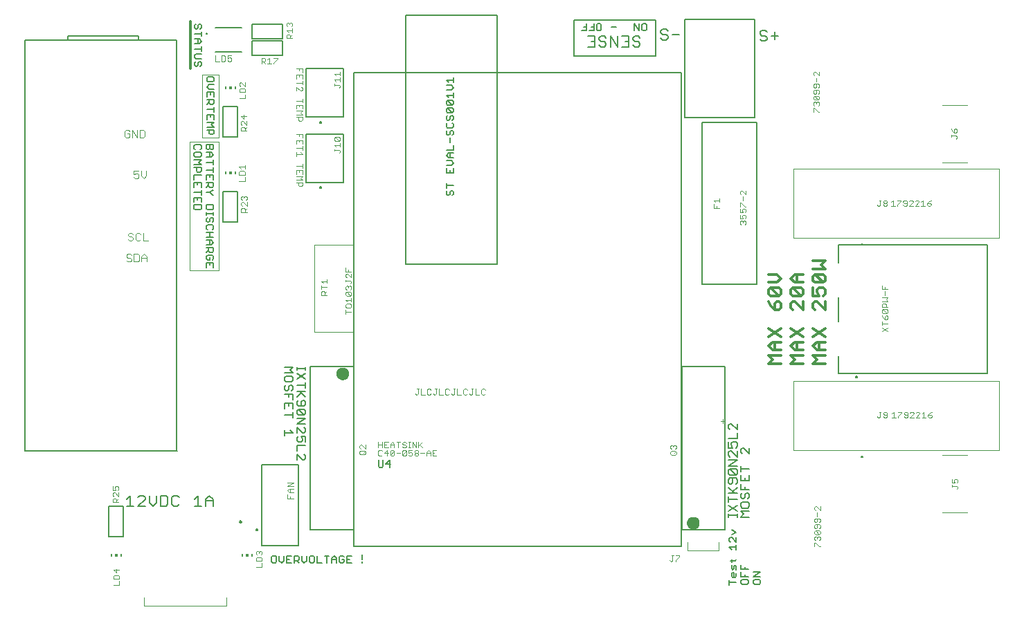
<source format=gbr>
G04 EAGLE Gerber RS-274X export*
G75*
%MOMM*%
%FSLAX34Y34*%
%LPD*%
%INSilkscreen Top*%
%IPPOS*%
%AMOC8*
5,1,8,0,0,1.08239X$1,22.5*%
G01*
%ADD10C,0.304800*%
%ADD11C,0.101600*%
%ADD12C,0.127000*%
%ADD13C,0.300000*%
%ADD14C,0.100000*%
%ADD15C,0.152400*%
%ADD16C,0.203200*%
%ADD17C,0.200000*%
%ADD18C,0.200000*%
%ADD19C,0.076200*%
%ADD20C,0.762000*%
%ADD21R,0.150000X0.300000*%
%ADD22R,0.300000X0.300000*%


D10*
X-267324Y-66576D02*
X-282289Y-66576D01*
X-277301Y-61588D01*
X-282289Y-56600D01*
X-267324Y-56600D01*
X-267324Y-50002D02*
X-277301Y-50002D01*
X-282289Y-45014D01*
X-277301Y-40025D01*
X-267324Y-40025D01*
X-274806Y-40025D02*
X-274806Y-50002D01*
X-282289Y-33428D02*
X-267324Y-23451D01*
X-267324Y-33428D02*
X-282289Y-23451D01*
X-279795Y4709D02*
X-282289Y9697D01*
X-279795Y4709D02*
X-274806Y-279D01*
X-269818Y-279D01*
X-267324Y2215D01*
X-267324Y7203D01*
X-269818Y9697D01*
X-272312Y9697D01*
X-274806Y7203D01*
X-274806Y-279D01*
X-269818Y16295D02*
X-279795Y16295D01*
X-282289Y18789D01*
X-282289Y23777D01*
X-279795Y26271D01*
X-269818Y26271D01*
X-267324Y23777D01*
X-267324Y18789D01*
X-269818Y16295D01*
X-279795Y26271D01*
X-282289Y32869D02*
X-272312Y32869D01*
X-267324Y37857D01*
X-272312Y42845D01*
X-282289Y42845D01*
X-255289Y-66576D02*
X-240324Y-66576D01*
X-250301Y-61588D02*
X-255289Y-66576D01*
X-250301Y-61588D02*
X-255289Y-56600D01*
X-240324Y-56600D01*
X-240324Y-50002D02*
X-250301Y-50002D01*
X-255289Y-45014D01*
X-250301Y-40025D01*
X-240324Y-40025D01*
X-247806Y-40025D02*
X-247806Y-50002D01*
X-255289Y-33428D02*
X-240324Y-23451D01*
X-240324Y-33428D02*
X-255289Y-23451D01*
X-240324Y-279D02*
X-240324Y9697D01*
X-240324Y-279D02*
X-250301Y9697D01*
X-252795Y9697D01*
X-255289Y7203D01*
X-255289Y2215D01*
X-252795Y-279D01*
X-252795Y16295D02*
X-242818Y16295D01*
X-252795Y16295D02*
X-255289Y18789D01*
X-255289Y23777D01*
X-252795Y26271D01*
X-242818Y26271D01*
X-240324Y23777D01*
X-240324Y18789D01*
X-242818Y16295D01*
X-252795Y26271D01*
X-250301Y32869D02*
X-240324Y32869D01*
X-250301Y32869D02*
X-255289Y37857D01*
X-250301Y42845D01*
X-240324Y42845D01*
X-247806Y42845D02*
X-247806Y32869D01*
X-228289Y-66576D02*
X-213324Y-66576D01*
X-223301Y-61588D02*
X-228289Y-66576D01*
X-223301Y-61588D02*
X-228289Y-56600D01*
X-213324Y-56600D01*
X-213324Y-50002D02*
X-223301Y-50002D01*
X-228289Y-45014D01*
X-223301Y-40025D01*
X-213324Y-40025D01*
X-220806Y-40025D02*
X-220806Y-50002D01*
X-228289Y-33428D02*
X-213324Y-23451D01*
X-213324Y-33428D02*
X-228289Y-23451D01*
X-213324Y-279D02*
X-213324Y9697D01*
X-213324Y-279D02*
X-223301Y9697D01*
X-225795Y9697D01*
X-228289Y7203D01*
X-228289Y2215D01*
X-225795Y-279D01*
X-228289Y16295D02*
X-228289Y26271D01*
X-228289Y16295D02*
X-220806Y16295D01*
X-223301Y21283D01*
X-223301Y23777D01*
X-220806Y26271D01*
X-215818Y26271D01*
X-213324Y23777D01*
X-213324Y18789D01*
X-215818Y16295D01*
X-215818Y32869D02*
X-225795Y32869D01*
X-228289Y35363D01*
X-228289Y40351D01*
X-225795Y42845D01*
X-215818Y42845D01*
X-213324Y40351D01*
X-213324Y35363D01*
X-215818Y32869D01*
X-225795Y42845D01*
X-228289Y49443D02*
X-213324Y49443D01*
X-218312Y54431D01*
X-213324Y59420D01*
X-228289Y59420D01*
D11*
X-338503Y-134698D02*
X-338503Y-139358D01*
X-340833Y-137028D02*
X-336173Y-137028D01*
D12*
X-975628Y344996D02*
X-977084Y343540D01*
X-975628Y344996D02*
X-975628Y347909D01*
X-977084Y349365D01*
X-978540Y349365D01*
X-979996Y347909D01*
X-979996Y344996D01*
X-981453Y343540D01*
X-982909Y343540D01*
X-984365Y344996D01*
X-984365Y347909D01*
X-982909Y349365D01*
X-984365Y337245D02*
X-975628Y337245D01*
X-975628Y340157D02*
X-975628Y334332D01*
X-978540Y330949D02*
X-984365Y330949D01*
X-978540Y330949D02*
X-975628Y328037D01*
X-978540Y325124D01*
X-984365Y325124D01*
X-979996Y325124D02*
X-979996Y330949D01*
X-984365Y318829D02*
X-975628Y318829D01*
X-975628Y321741D02*
X-975628Y315917D01*
X-975628Y312534D02*
X-982909Y312534D01*
X-984365Y311077D01*
X-984365Y308165D01*
X-982909Y306709D01*
X-975628Y306709D01*
X-975628Y298957D02*
X-977084Y297501D01*
X-975628Y298957D02*
X-975628Y301870D01*
X-977084Y303326D01*
X-978540Y303326D01*
X-979996Y301870D01*
X-979996Y298957D01*
X-981453Y297501D01*
X-982909Y297501D01*
X-984365Y298957D01*
X-984365Y301870D01*
X-982909Y303326D01*
X-330542Y-334263D02*
X-321805Y-334263D01*
X-330542Y-337175D02*
X-330542Y-331350D01*
X-321805Y-326511D02*
X-321805Y-323599D01*
X-321805Y-326511D02*
X-323261Y-327968D01*
X-326174Y-327968D01*
X-327630Y-326511D01*
X-327630Y-323599D01*
X-326174Y-322143D01*
X-324717Y-322143D01*
X-324717Y-327968D01*
X-321805Y-318760D02*
X-321805Y-314391D01*
X-323261Y-312935D01*
X-324717Y-314391D01*
X-324717Y-317304D01*
X-326174Y-318760D01*
X-327630Y-317304D01*
X-327630Y-312935D01*
X-329086Y-308096D02*
X-323261Y-308096D01*
X-321805Y-306639D01*
X-327630Y-306639D02*
X-327630Y-309552D01*
X-327630Y-294205D02*
X-330542Y-291293D01*
X-321805Y-291293D01*
X-321805Y-294205D02*
X-321805Y-288381D01*
X-321805Y-284998D02*
X-321805Y-279173D01*
X-321805Y-284998D02*
X-327630Y-279173D01*
X-329086Y-279173D01*
X-330542Y-280629D01*
X-330542Y-283541D01*
X-329086Y-284998D01*
X-327630Y-275790D02*
X-321805Y-272877D01*
X-327630Y-269965D01*
X-315872Y-332496D02*
X-315872Y-335409D01*
X-314416Y-336865D01*
X-308591Y-336865D01*
X-307135Y-335409D01*
X-307135Y-332496D01*
X-308591Y-331040D01*
X-314416Y-331040D01*
X-315872Y-332496D01*
X-315872Y-327657D02*
X-307135Y-327657D01*
X-315872Y-327657D02*
X-315872Y-321832D01*
X-311504Y-324745D02*
X-311504Y-327657D01*
X-307135Y-318449D02*
X-315872Y-318449D01*
X-315872Y-312624D01*
X-311504Y-315537D02*
X-311504Y-318449D01*
X-961128Y201365D02*
X-969865Y201365D01*
X-961128Y201365D02*
X-961128Y196996D01*
X-962584Y195540D01*
X-964040Y195540D01*
X-965496Y196996D01*
X-966953Y195540D01*
X-968409Y195540D01*
X-969865Y196996D01*
X-969865Y201365D01*
X-965496Y201365D02*
X-965496Y196996D01*
X-964040Y192157D02*
X-969865Y192157D01*
X-964040Y192157D02*
X-961128Y189245D01*
X-964040Y186332D01*
X-969865Y186332D01*
X-965496Y186332D02*
X-965496Y192157D01*
X-969865Y180037D02*
X-961128Y180037D01*
X-961128Y182949D02*
X-961128Y177124D01*
X-961128Y170829D02*
X-969865Y170829D01*
X-961128Y173741D02*
X-961128Y167917D01*
X-961128Y164534D02*
X-961128Y158709D01*
X-961128Y164534D02*
X-969865Y164534D01*
X-969865Y158709D01*
X-965496Y161621D02*
X-965496Y164534D01*
X-969865Y155326D02*
X-961128Y155326D01*
X-961128Y150957D01*
X-962584Y149501D01*
X-965496Y149501D01*
X-966953Y150957D01*
X-966953Y155326D01*
X-966953Y152413D02*
X-969865Y149501D01*
X-962584Y146118D02*
X-961128Y146118D01*
X-962584Y146118D02*
X-965496Y143205D01*
X-962584Y140293D01*
X-961128Y140293D01*
X-965496Y143205D02*
X-969865Y143205D01*
X-969865Y127702D02*
X-961128Y127702D01*
X-969865Y127702D02*
X-969865Y123334D01*
X-968409Y121877D01*
X-962584Y121877D01*
X-961128Y123334D01*
X-961128Y127702D01*
X-969865Y118494D02*
X-969865Y115582D01*
X-969865Y117038D02*
X-961128Y117038D01*
X-961128Y118494D02*
X-961128Y115582D01*
X-961128Y107987D02*
X-962584Y106531D01*
X-961128Y107987D02*
X-961128Y110900D01*
X-962584Y112356D01*
X-964040Y112356D01*
X-965496Y110900D01*
X-965496Y107987D01*
X-966953Y106531D01*
X-968409Y106531D01*
X-969865Y107987D01*
X-969865Y110900D01*
X-968409Y112356D01*
X-961128Y98779D02*
X-962584Y97323D01*
X-961128Y98779D02*
X-961128Y101692D01*
X-962584Y103148D01*
X-968409Y103148D01*
X-969865Y101692D01*
X-969865Y98779D01*
X-968409Y97323D01*
X-969865Y93940D02*
X-961128Y93940D01*
X-965496Y93940D02*
X-965496Y88115D01*
X-961128Y88115D02*
X-969865Y88115D01*
X-969865Y84732D02*
X-964040Y84732D01*
X-961128Y81820D01*
X-964040Y78907D01*
X-969865Y78907D01*
X-965496Y78907D02*
X-965496Y84732D01*
X-969865Y75524D02*
X-961128Y75524D01*
X-961128Y71156D01*
X-962584Y69700D01*
X-965496Y69700D01*
X-966953Y71156D01*
X-966953Y75524D01*
X-966953Y72612D02*
X-969865Y69700D01*
X-961128Y61948D02*
X-962584Y60492D01*
X-961128Y61948D02*
X-961128Y64860D01*
X-962584Y66317D01*
X-968409Y66317D01*
X-969865Y64860D01*
X-969865Y61948D01*
X-968409Y60492D01*
X-965496Y60492D01*
X-965496Y63404D01*
X-961128Y57109D02*
X-961128Y51284D01*
X-961128Y57109D02*
X-969865Y57109D01*
X-969865Y51284D01*
X-965496Y54196D02*
X-965496Y57109D01*
X-977584Y195540D02*
X-976128Y196996D01*
X-976128Y199909D01*
X-977584Y201365D01*
X-983409Y201365D01*
X-984865Y199909D01*
X-984865Y196996D01*
X-983409Y195540D01*
X-976128Y190701D02*
X-976128Y187788D01*
X-976128Y190701D02*
X-977584Y192157D01*
X-983409Y192157D01*
X-984865Y190701D01*
X-984865Y187788D01*
X-983409Y186332D01*
X-977584Y186332D01*
X-976128Y187788D01*
X-976128Y182949D02*
X-984865Y182949D01*
X-979040Y180037D02*
X-976128Y182949D01*
X-979040Y180037D02*
X-976128Y177124D01*
X-984865Y177124D01*
X-984865Y173741D02*
X-976128Y173741D01*
X-976128Y169373D01*
X-977584Y167917D01*
X-980496Y167917D01*
X-981953Y169373D01*
X-981953Y173741D01*
X-984865Y164534D02*
X-976128Y164534D01*
X-984865Y164534D02*
X-984865Y158709D01*
X-976128Y155326D02*
X-976128Y149501D01*
X-976128Y155326D02*
X-984865Y155326D01*
X-984865Y149501D01*
X-980496Y152413D02*
X-980496Y155326D01*
X-984865Y143205D02*
X-976128Y143205D01*
X-976128Y140293D02*
X-976128Y146118D01*
X-976128Y136910D02*
X-976128Y131085D01*
X-976128Y136910D02*
X-984865Y136910D01*
X-984865Y131085D01*
X-980496Y133998D02*
X-980496Y136910D01*
X-976128Y127702D02*
X-984865Y127702D01*
X-984865Y123334D01*
X-983409Y121877D01*
X-977584Y121877D01*
X-976128Y123334D01*
X-976128Y127702D01*
D13*
X-989500Y294500D02*
X-989500Y352500D01*
D12*
X-960628Y282909D02*
X-960628Y279996D01*
X-960628Y282909D02*
X-962084Y284365D01*
X-967909Y284365D01*
X-969365Y282909D01*
X-969365Y279996D01*
X-967909Y278540D01*
X-962084Y278540D01*
X-960628Y279996D01*
X-960628Y275157D02*
X-966453Y275157D01*
X-969365Y272245D01*
X-966453Y269332D01*
X-960628Y269332D01*
X-960628Y265949D02*
X-960628Y260124D01*
X-960628Y265949D02*
X-969365Y265949D01*
X-969365Y260124D01*
X-964996Y263037D02*
X-964996Y265949D01*
X-969365Y256741D02*
X-960628Y256741D01*
X-960628Y252373D01*
X-962084Y250917D01*
X-964996Y250917D01*
X-966453Y252373D01*
X-966453Y256741D01*
X-966453Y253829D02*
X-969365Y250917D01*
X-969365Y244621D02*
X-960628Y244621D01*
X-960628Y241709D02*
X-960628Y247534D01*
X-960628Y238326D02*
X-960628Y232501D01*
X-960628Y238326D02*
X-969365Y238326D01*
X-969365Y232501D01*
X-964996Y235413D02*
X-964996Y238326D01*
X-969365Y229118D02*
X-960628Y229118D01*
X-963540Y226205D01*
X-960628Y223293D01*
X-969365Y223293D01*
X-969365Y219910D02*
X-960628Y219910D01*
X-960628Y215541D01*
X-962084Y214085D01*
X-964996Y214085D01*
X-966453Y215541D01*
X-966453Y219910D01*
D14*
X-955000Y210000D02*
X-955000Y287500D01*
X-955000Y210000D02*
X-975000Y210000D01*
X-975000Y287500D01*
X-955000Y287500D01*
D15*
X-859238Y-70762D02*
X-859238Y-74257D01*
X-859238Y-72509D02*
X-848753Y-72509D01*
X-848753Y-70762D02*
X-848753Y-74257D01*
X-848753Y-78128D02*
X-859238Y-85118D01*
X-859238Y-78128D02*
X-848753Y-85118D01*
X-848753Y-92673D02*
X-859238Y-92673D01*
X-848753Y-89178D02*
X-848753Y-96168D01*
X-848753Y-100227D02*
X-859238Y-100227D01*
X-855743Y-100227D02*
X-848753Y-107217D01*
X-853996Y-101975D02*
X-859238Y-107217D01*
X-857491Y-111277D02*
X-859238Y-113024D01*
X-859238Y-116519D01*
X-857491Y-118267D01*
X-850501Y-118267D01*
X-848753Y-116519D01*
X-848753Y-113024D01*
X-850501Y-111277D01*
X-852248Y-111277D01*
X-853996Y-113024D01*
X-853996Y-118267D01*
X-857491Y-122326D02*
X-850501Y-122326D01*
X-848753Y-124074D01*
X-848753Y-127569D01*
X-850501Y-129316D01*
X-857491Y-129316D01*
X-859238Y-127569D01*
X-859238Y-124074D01*
X-857491Y-122326D01*
X-850501Y-129316D01*
X-848753Y-133375D02*
X-859238Y-133375D01*
X-859238Y-140365D02*
X-848753Y-133375D01*
X-848753Y-140365D02*
X-859238Y-140365D01*
X-859238Y-144425D02*
X-859238Y-151415D01*
X-859238Y-144425D02*
X-852248Y-151415D01*
X-850501Y-151415D01*
X-848753Y-149667D01*
X-848753Y-146172D01*
X-850501Y-144425D01*
X-848753Y-155474D02*
X-848753Y-162464D01*
X-848753Y-155474D02*
X-853996Y-155474D01*
X-852248Y-158969D01*
X-852248Y-160717D01*
X-853996Y-162464D01*
X-857491Y-162464D01*
X-859238Y-160717D01*
X-859238Y-157222D01*
X-857491Y-155474D01*
X-859238Y-166524D02*
X-848753Y-166524D01*
X-859238Y-166524D02*
X-859238Y-173514D01*
X-859238Y-177573D02*
X-859238Y-184563D01*
X-859238Y-177573D02*
X-852248Y-184563D01*
X-850501Y-184563D01*
X-848753Y-182816D01*
X-848753Y-179321D01*
X-850501Y-177573D01*
X-320762Y-250743D02*
X-320762Y-254238D01*
X-320762Y-252491D02*
X-331247Y-252491D01*
X-331247Y-254238D02*
X-331247Y-250743D01*
X-331247Y-246872D02*
X-320762Y-239882D01*
X-320762Y-246872D02*
X-331247Y-239882D01*
X-331247Y-232327D02*
X-320762Y-232327D01*
X-331247Y-235822D02*
X-331247Y-228832D01*
X-331247Y-224773D02*
X-320762Y-224773D01*
X-324257Y-224773D02*
X-331247Y-217783D01*
X-326004Y-223025D02*
X-320762Y-217783D01*
X-322509Y-213723D02*
X-320762Y-211976D01*
X-320762Y-208481D01*
X-322509Y-206733D01*
X-329499Y-206733D01*
X-331247Y-208481D01*
X-331247Y-211976D01*
X-329499Y-213723D01*
X-327752Y-213723D01*
X-326004Y-211976D01*
X-326004Y-206733D01*
X-322509Y-202674D02*
X-329499Y-202674D01*
X-331247Y-200927D01*
X-331247Y-197432D01*
X-329499Y-195684D01*
X-322509Y-195684D01*
X-320762Y-197432D01*
X-320762Y-200927D01*
X-322509Y-202674D01*
X-329499Y-195684D01*
X-331247Y-191625D02*
X-320762Y-191625D01*
X-320762Y-184635D02*
X-331247Y-191625D01*
X-331247Y-184635D02*
X-320762Y-184635D01*
X-320762Y-180575D02*
X-320762Y-173585D01*
X-320762Y-180575D02*
X-327752Y-173585D01*
X-329499Y-173585D01*
X-331247Y-175333D01*
X-331247Y-178828D01*
X-329499Y-180575D01*
X-331247Y-169526D02*
X-331247Y-162536D01*
X-331247Y-169526D02*
X-326004Y-169526D01*
X-327752Y-166031D01*
X-327752Y-164283D01*
X-326004Y-162536D01*
X-322509Y-162536D01*
X-320762Y-164283D01*
X-320762Y-167778D01*
X-322509Y-169526D01*
X-320762Y-158476D02*
X-331247Y-158476D01*
X-320762Y-158476D02*
X-320762Y-151486D01*
X-320762Y-147427D02*
X-320762Y-140437D01*
X-320762Y-147427D02*
X-327752Y-140437D01*
X-329499Y-140437D01*
X-331247Y-142184D01*
X-331247Y-145679D01*
X-329499Y-147427D01*
D16*
X-405432Y340743D02*
X-407595Y342906D01*
X-411921Y342906D01*
X-414085Y340743D01*
X-414085Y338580D01*
X-411921Y336417D01*
X-407595Y336417D01*
X-405432Y334253D01*
X-405432Y332090D01*
X-407595Y329927D01*
X-411921Y329927D01*
X-414085Y332090D01*
X-400273Y336417D02*
X-391620Y336417D01*
X-446006Y321405D02*
X-448169Y323568D01*
X-446006Y321405D02*
X-441679Y321405D01*
X-439516Y323568D01*
X-439516Y325731D01*
X-441679Y327894D01*
X-446006Y327894D01*
X-448169Y330058D01*
X-448169Y332221D01*
X-446006Y334384D01*
X-441679Y334384D01*
X-439516Y332221D01*
X-453328Y321405D02*
X-461981Y321405D01*
X-453328Y321405D02*
X-453328Y334384D01*
X-461981Y334384D01*
X-457654Y327894D02*
X-453328Y327894D01*
X-467140Y334384D02*
X-467140Y321405D01*
X-475792Y334384D01*
X-475792Y321405D01*
X-487441Y321405D02*
X-489604Y323568D01*
X-487441Y321405D02*
X-483115Y321405D01*
X-480951Y323568D01*
X-480951Y325731D01*
X-483115Y327894D01*
X-487441Y327894D01*
X-489604Y330058D01*
X-489604Y332221D01*
X-487441Y334384D01*
X-483115Y334384D01*
X-480951Y332221D01*
X-494763Y321405D02*
X-503416Y321405D01*
X-494763Y321405D02*
X-494763Y334384D01*
X-503416Y334384D01*
X-499089Y327894D02*
X-494763Y327894D01*
D12*
X-436004Y341028D02*
X-433091Y341028D01*
X-431635Y342484D01*
X-431635Y348309D01*
X-433091Y349765D01*
X-436004Y349765D01*
X-437460Y348309D01*
X-437460Y342484D01*
X-436004Y341028D01*
X-440843Y341028D02*
X-440843Y349765D01*
X-446668Y349765D02*
X-440843Y341028D01*
X-446668Y341028D02*
X-446668Y349765D01*
X-468466Y345396D02*
X-474291Y345396D01*
X-488338Y341028D02*
X-491251Y341028D01*
X-488338Y341028D02*
X-486882Y342484D01*
X-486882Y348309D01*
X-488338Y349765D01*
X-491251Y349765D01*
X-492707Y348309D01*
X-492707Y342484D01*
X-491251Y341028D01*
X-496090Y341028D02*
X-496090Y349765D01*
X-496090Y341028D02*
X-501915Y341028D01*
X-499002Y345396D02*
X-496090Y345396D01*
X-505298Y349765D02*
X-505298Y341028D01*
X-511123Y341028D01*
X-508210Y345396D02*
X-505298Y345396D01*
X-885496Y-301728D02*
X-888409Y-301728D01*
X-889865Y-303184D01*
X-889865Y-309009D01*
X-888409Y-310465D01*
X-885496Y-310465D01*
X-884040Y-309009D01*
X-884040Y-303184D01*
X-885496Y-301728D01*
X-880657Y-301728D02*
X-880657Y-307553D01*
X-877745Y-310465D01*
X-874832Y-307553D01*
X-874832Y-301728D01*
X-871449Y-301728D02*
X-865624Y-301728D01*
X-871449Y-301728D02*
X-871449Y-310465D01*
X-865624Y-310465D01*
X-868537Y-306096D02*
X-871449Y-306096D01*
X-862241Y-310465D02*
X-862241Y-301728D01*
X-857873Y-301728D01*
X-856417Y-303184D01*
X-856417Y-306096D01*
X-857873Y-307553D01*
X-862241Y-307553D01*
X-859329Y-307553D02*
X-856417Y-310465D01*
X-853034Y-307553D02*
X-853034Y-301728D01*
X-853034Y-307553D02*
X-850121Y-310465D01*
X-847209Y-307553D01*
X-847209Y-301728D01*
X-842370Y-301728D02*
X-839457Y-301728D01*
X-842370Y-301728D02*
X-843826Y-303184D01*
X-843826Y-309009D01*
X-842370Y-310465D01*
X-839457Y-310465D01*
X-838001Y-309009D01*
X-838001Y-303184D01*
X-839457Y-301728D01*
X-834618Y-301728D02*
X-834618Y-310465D01*
X-828793Y-310465D01*
X-822498Y-310465D02*
X-822498Y-301728D01*
X-825410Y-301728D02*
X-819585Y-301728D01*
X-816202Y-304640D02*
X-816202Y-310465D01*
X-816202Y-304640D02*
X-813290Y-301728D01*
X-810377Y-304640D01*
X-810377Y-310465D01*
X-810377Y-306096D02*
X-816202Y-306096D01*
X-802626Y-301728D02*
X-801169Y-303184D01*
X-802626Y-301728D02*
X-805538Y-301728D01*
X-806994Y-303184D01*
X-806994Y-309009D01*
X-805538Y-310465D01*
X-802626Y-310465D01*
X-801169Y-309009D01*
X-801169Y-306096D01*
X-804082Y-306096D01*
X-797787Y-301728D02*
X-791962Y-301728D01*
X-797787Y-301728D02*
X-797787Y-310465D01*
X-791962Y-310465D01*
X-794874Y-306096D02*
X-797787Y-306096D01*
X-779371Y-309009D02*
X-779371Y-310465D01*
X-779371Y-306096D02*
X-779371Y-300271D01*
D14*
X-955000Y205000D02*
X-990000Y205000D01*
X-955000Y205000D02*
X-955000Y47500D01*
X-990000Y47500D01*
X-990000Y205000D01*
D16*
X-1062780Y-228056D02*
X-1067106Y-232382D01*
X-1062780Y-228056D02*
X-1062780Y-241035D01*
X-1067106Y-241035D02*
X-1058453Y-241035D01*
X-1053294Y-241035D02*
X-1044642Y-241035D01*
X-1053294Y-241035D02*
X-1044642Y-232382D01*
X-1044642Y-230219D01*
X-1046805Y-228056D01*
X-1051131Y-228056D01*
X-1053294Y-230219D01*
X-1039482Y-228056D02*
X-1039482Y-236709D01*
X-1035156Y-241035D01*
X-1030830Y-236709D01*
X-1030830Y-228056D01*
X-1025671Y-228056D02*
X-1025671Y-241035D01*
X-1019181Y-241035D01*
X-1017018Y-238872D01*
X-1017018Y-230219D01*
X-1019181Y-228056D01*
X-1025671Y-228056D01*
X-1005369Y-228056D02*
X-1003206Y-230219D01*
X-1005369Y-228056D02*
X-1009696Y-228056D01*
X-1011859Y-230219D01*
X-1011859Y-238872D01*
X-1009696Y-241035D01*
X-1005369Y-241035D01*
X-1003206Y-238872D01*
X-984235Y-232382D02*
X-979909Y-228056D01*
X-979909Y-241035D01*
X-984235Y-241035D02*
X-975583Y-241035D01*
X-970424Y-241035D02*
X-970424Y-232382D01*
X-966097Y-228056D01*
X-961771Y-232382D01*
X-961771Y-241035D01*
X-961771Y-234546D02*
X-970424Y-234546D01*
D11*
X-759492Y-169492D02*
X-759492Y-162502D01*
X-759492Y-165997D02*
X-754832Y-165997D01*
X-754832Y-162502D02*
X-754832Y-169492D01*
X-752126Y-162502D02*
X-747466Y-162502D01*
X-752126Y-162502D02*
X-752126Y-169492D01*
X-747466Y-169492D01*
X-749796Y-165997D02*
X-752126Y-165997D01*
X-744759Y-164832D02*
X-744759Y-169492D01*
X-744759Y-164832D02*
X-742429Y-162502D01*
X-740099Y-164832D01*
X-740099Y-169492D01*
X-740099Y-165997D02*
X-744759Y-165997D01*
X-735063Y-169492D02*
X-735063Y-162502D01*
X-737393Y-162502D02*
X-732733Y-162502D01*
X-726532Y-162502D02*
X-725367Y-163667D01*
X-726532Y-162502D02*
X-728862Y-162502D01*
X-730027Y-163667D01*
X-730027Y-164832D01*
X-728862Y-165997D01*
X-726532Y-165997D01*
X-725367Y-167162D01*
X-725367Y-168327D01*
X-726532Y-169492D01*
X-728862Y-169492D01*
X-730027Y-168327D01*
X-722661Y-169492D02*
X-720331Y-169492D01*
X-721496Y-169492D02*
X-721496Y-162502D01*
X-722661Y-162502D02*
X-720331Y-162502D01*
X-717750Y-162502D02*
X-717750Y-169492D01*
X-713090Y-169492D02*
X-717750Y-162502D01*
X-713090Y-162502D02*
X-713090Y-169492D01*
X-710383Y-169492D02*
X-710383Y-162502D01*
X-705724Y-162502D02*
X-710383Y-167162D01*
X-709219Y-165997D02*
X-705724Y-169492D01*
D12*
X-300872Y-332496D02*
X-300872Y-335409D01*
X-299416Y-336865D01*
X-293591Y-336865D01*
X-292135Y-335409D01*
X-292135Y-332496D01*
X-293591Y-331040D01*
X-299416Y-331040D01*
X-300872Y-332496D01*
X-300872Y-327657D02*
X-292135Y-327657D01*
X-292135Y-321832D02*
X-300872Y-327657D01*
X-300872Y-321832D02*
X-292135Y-321832D01*
D15*
X-863753Y-70762D02*
X-874238Y-70762D01*
X-867248Y-74257D02*
X-863753Y-70762D01*
X-867248Y-74257D02*
X-863753Y-77752D01*
X-874238Y-77752D01*
X-863753Y-83559D02*
X-863753Y-87054D01*
X-863753Y-83559D02*
X-865501Y-81811D01*
X-872491Y-81811D01*
X-874238Y-83559D01*
X-874238Y-87054D01*
X-872491Y-88801D01*
X-865501Y-88801D01*
X-863753Y-87054D01*
X-863753Y-98103D02*
X-865501Y-99851D01*
X-863753Y-98103D02*
X-863753Y-94608D01*
X-865501Y-92861D01*
X-867248Y-92861D01*
X-868996Y-94608D01*
X-868996Y-98103D01*
X-870743Y-99851D01*
X-872491Y-99851D01*
X-874238Y-98103D01*
X-874238Y-94608D01*
X-872491Y-92861D01*
X-874238Y-103910D02*
X-863753Y-103910D01*
X-863753Y-110900D01*
X-868996Y-107405D02*
X-868996Y-103910D01*
X-863753Y-114960D02*
X-863753Y-121950D01*
X-863753Y-114960D02*
X-874238Y-114960D01*
X-874238Y-121950D01*
X-868996Y-118455D02*
X-868996Y-114960D01*
X-874238Y-129504D02*
X-863753Y-129504D01*
X-863753Y-126009D02*
X-863753Y-132999D01*
X-867248Y-148108D02*
X-863753Y-151603D01*
X-874238Y-151603D01*
X-874238Y-148108D02*
X-874238Y-155098D01*
X-316247Y-254238D02*
X-305762Y-254238D01*
X-312752Y-250743D02*
X-316247Y-254238D01*
X-312752Y-250743D02*
X-316247Y-247248D01*
X-305762Y-247248D01*
X-316247Y-241441D02*
X-316247Y-237946D01*
X-316247Y-241441D02*
X-314499Y-243189D01*
X-307509Y-243189D01*
X-305762Y-241441D01*
X-305762Y-237946D01*
X-307509Y-236199D01*
X-314499Y-236199D01*
X-316247Y-237946D01*
X-316247Y-226897D02*
X-314499Y-225149D01*
X-316247Y-226897D02*
X-316247Y-230392D01*
X-314499Y-232139D01*
X-312752Y-232139D01*
X-311004Y-230392D01*
X-311004Y-226897D01*
X-309257Y-225149D01*
X-307509Y-225149D01*
X-305762Y-226897D01*
X-305762Y-230392D01*
X-307509Y-232139D01*
X-305762Y-221090D02*
X-316247Y-221090D01*
X-316247Y-214100D01*
X-311004Y-217595D02*
X-311004Y-221090D01*
X-316247Y-210040D02*
X-316247Y-203050D01*
X-316247Y-210040D02*
X-305762Y-210040D01*
X-305762Y-203050D01*
X-311004Y-206545D02*
X-311004Y-210040D01*
X-305762Y-195496D02*
X-316247Y-195496D01*
X-316247Y-198991D02*
X-316247Y-192001D01*
X-305762Y-176892D02*
X-305762Y-169902D01*
X-305762Y-176892D02*
X-312752Y-169902D01*
X-314499Y-169902D01*
X-316247Y-171649D01*
X-316247Y-175144D01*
X-314499Y-176892D01*
D11*
X-852502Y294492D02*
X-859492Y294492D01*
X-852502Y294492D02*
X-852502Y289832D01*
X-855997Y292162D02*
X-855997Y294492D01*
X-852502Y287126D02*
X-852502Y282466D01*
X-852502Y287126D02*
X-859492Y287126D01*
X-859492Y282466D01*
X-855997Y284796D02*
X-855997Y287126D01*
X-859492Y277429D02*
X-852502Y277429D01*
X-852502Y279759D02*
X-852502Y275099D01*
X-859492Y272393D02*
X-859492Y267733D01*
X-859492Y272393D02*
X-854832Y267733D01*
X-853667Y267733D01*
X-852502Y268898D01*
X-852502Y271228D01*
X-853667Y272393D01*
X-852502Y255331D02*
X-859492Y255331D01*
X-852502Y257661D02*
X-852502Y253001D01*
X-852502Y250294D02*
X-852502Y245634D01*
X-852502Y250294D02*
X-859492Y250294D01*
X-859492Y245634D01*
X-855997Y247964D02*
X-855997Y250294D01*
X-859492Y242928D02*
X-852502Y242928D01*
X-854832Y240598D01*
X-852502Y238268D01*
X-859492Y238268D01*
X-859492Y235562D02*
X-852502Y235562D01*
X-852502Y232067D01*
X-853667Y230902D01*
X-855997Y230902D01*
X-857162Y232067D01*
X-857162Y235562D01*
X-859492Y214492D02*
X-852502Y214492D01*
X-852502Y209832D01*
X-855997Y212162D02*
X-855997Y214492D01*
X-852502Y207126D02*
X-852502Y202466D01*
X-852502Y207126D02*
X-859492Y207126D01*
X-859492Y202466D01*
X-855997Y204796D02*
X-855997Y207126D01*
X-859492Y197429D02*
X-852502Y197429D01*
X-852502Y199759D02*
X-852502Y195099D01*
X-854832Y192393D02*
X-852502Y190063D01*
X-859492Y190063D01*
X-859492Y192393D02*
X-859492Y187733D01*
X-859492Y175331D02*
X-852502Y175331D01*
X-852502Y177661D02*
X-852502Y173001D01*
X-852502Y170294D02*
X-852502Y165634D01*
X-852502Y170294D02*
X-859492Y170294D01*
X-859492Y165634D01*
X-855997Y167964D02*
X-855997Y170294D01*
X-859492Y162928D02*
X-852502Y162928D01*
X-854832Y160598D01*
X-852502Y158268D01*
X-859492Y158268D01*
X-859492Y155562D02*
X-852502Y155562D01*
X-852502Y152067D01*
X-853667Y150902D01*
X-855997Y150902D01*
X-857162Y152067D01*
X-857162Y155562D01*
D12*
X-676321Y143882D02*
X-674865Y145338D01*
X-676321Y143882D02*
X-676321Y140969D01*
X-674865Y139513D01*
X-673409Y139513D01*
X-671953Y140969D01*
X-671953Y143882D01*
X-670496Y145338D01*
X-669040Y145338D01*
X-667584Y143882D01*
X-667584Y140969D01*
X-669040Y139513D01*
X-667584Y151633D02*
X-676321Y151633D01*
X-676321Y148721D02*
X-676321Y154546D01*
X-676321Y167137D02*
X-676321Y172962D01*
X-676321Y167137D02*
X-667584Y167137D01*
X-667584Y172962D01*
X-671953Y170049D02*
X-671953Y167137D01*
X-670496Y176344D02*
X-676321Y176344D01*
X-670496Y176344D02*
X-667584Y179257D01*
X-670496Y182169D01*
X-676321Y182169D01*
X-673409Y185552D02*
X-667584Y185552D01*
X-673409Y185552D02*
X-676321Y188465D01*
X-673409Y191377D01*
X-667584Y191377D01*
X-671953Y191377D02*
X-671953Y185552D01*
X-676321Y194760D02*
X-667584Y194760D01*
X-667584Y200585D01*
X-671953Y203968D02*
X-671953Y209793D01*
X-676321Y217544D02*
X-674865Y219001D01*
X-676321Y217544D02*
X-676321Y214632D01*
X-674865Y213176D01*
X-673409Y213176D01*
X-671953Y214632D01*
X-671953Y217544D01*
X-670496Y219001D01*
X-669040Y219001D01*
X-667584Y217544D01*
X-667584Y214632D01*
X-669040Y213176D01*
X-676321Y226752D02*
X-674865Y228209D01*
X-676321Y226752D02*
X-676321Y223840D01*
X-674865Y222384D01*
X-669040Y222384D01*
X-667584Y223840D01*
X-667584Y226752D01*
X-669040Y228209D01*
X-676321Y235960D02*
X-674865Y237416D01*
X-676321Y235960D02*
X-676321Y233048D01*
X-674865Y231591D01*
X-673409Y231591D01*
X-671953Y233048D01*
X-671953Y235960D01*
X-670496Y237416D01*
X-669040Y237416D01*
X-667584Y235960D01*
X-667584Y233048D01*
X-669040Y231591D01*
X-669040Y240799D02*
X-674865Y240799D01*
X-676321Y242256D01*
X-676321Y245168D01*
X-674865Y246624D01*
X-669040Y246624D01*
X-667584Y245168D01*
X-667584Y242256D01*
X-669040Y240799D01*
X-674865Y246624D01*
X-674865Y250007D02*
X-669040Y250007D01*
X-674865Y250007D02*
X-676321Y251463D01*
X-676321Y254376D01*
X-674865Y255832D01*
X-669040Y255832D01*
X-667584Y254376D01*
X-667584Y251463D01*
X-669040Y250007D01*
X-674865Y255832D01*
X-673409Y259215D02*
X-676321Y262127D01*
X-667584Y262127D01*
X-667584Y259215D02*
X-667584Y265040D01*
X-670496Y268423D02*
X-676321Y268423D01*
X-670496Y268423D02*
X-667584Y271335D01*
X-670496Y274248D01*
X-676321Y274248D01*
X-673409Y277631D02*
X-676321Y280543D01*
X-667584Y280543D01*
X-667584Y277631D02*
X-667584Y283456D01*
D16*
X-286160Y341495D02*
X-283997Y339332D01*
X-286160Y341495D02*
X-290486Y341495D01*
X-292650Y339332D01*
X-292650Y337169D01*
X-290486Y335006D01*
X-286160Y335006D01*
X-283997Y332842D01*
X-283997Y330679D01*
X-286160Y328516D01*
X-290486Y328516D01*
X-292650Y330679D01*
X-278838Y335006D02*
X-270185Y335006D01*
X-274511Y339332D02*
X-274511Y330679D01*
D11*
X-713327Y-104492D02*
X-714492Y-103327D01*
X-713327Y-104492D02*
X-712162Y-104492D01*
X-710997Y-103327D01*
X-710997Y-97502D01*
X-712162Y-97502D02*
X-709832Y-97502D01*
X-707126Y-97502D02*
X-707126Y-104492D01*
X-702466Y-104492D01*
X-696264Y-97502D02*
X-695099Y-98667D01*
X-696264Y-97502D02*
X-698594Y-97502D01*
X-699759Y-98667D01*
X-699759Y-103327D01*
X-698594Y-104492D01*
X-696264Y-104492D01*
X-695099Y-103327D01*
X-692393Y-103327D02*
X-691228Y-104492D01*
X-690063Y-104492D01*
X-688898Y-103327D01*
X-688898Y-97502D01*
X-690063Y-97502D02*
X-687733Y-97502D01*
X-685027Y-97502D02*
X-685027Y-104492D01*
X-680367Y-104492D01*
X-674166Y-97502D02*
X-673001Y-98667D01*
X-674166Y-97502D02*
X-676496Y-97502D01*
X-677661Y-98667D01*
X-677661Y-103327D01*
X-676496Y-104492D01*
X-674166Y-104492D01*
X-673001Y-103327D01*
X-670294Y-103327D02*
X-669129Y-104492D01*
X-667964Y-104492D01*
X-666799Y-103327D01*
X-666799Y-97502D01*
X-667964Y-97502D02*
X-665634Y-97502D01*
X-662928Y-97502D02*
X-662928Y-104492D01*
X-658268Y-104492D01*
X-652067Y-97502D02*
X-650902Y-98667D01*
X-652067Y-97502D02*
X-654397Y-97502D01*
X-655562Y-98667D01*
X-655562Y-103327D01*
X-654397Y-104492D01*
X-652067Y-104492D01*
X-650902Y-103327D01*
X-648195Y-103327D02*
X-647031Y-104492D01*
X-645866Y-104492D01*
X-644701Y-103327D01*
X-644701Y-97502D01*
X-645866Y-97502D02*
X-643536Y-97502D01*
X-640829Y-97502D02*
X-640829Y-104492D01*
X-636169Y-104492D01*
X-629968Y-97502D02*
X-628803Y-98667D01*
X-629968Y-97502D02*
X-632298Y-97502D01*
X-633463Y-98667D01*
X-633463Y-103327D01*
X-632298Y-104492D01*
X-629968Y-104492D01*
X-628803Y-103327D01*
D12*
X-197000Y-78750D02*
X-197000Y-57100D01*
X-197000Y-14900D02*
X-197000Y14900D01*
X-197000Y57100D02*
X-197000Y78750D01*
X-15000Y78750D01*
X-15000Y-78750D01*
X-197000Y-78750D01*
D17*
X-176000Y-83000D02*
X-175998Y-82937D01*
X-175992Y-82875D01*
X-175982Y-82813D01*
X-175969Y-82751D01*
X-175951Y-82691D01*
X-175930Y-82632D01*
X-175905Y-82574D01*
X-175876Y-82518D01*
X-175844Y-82464D01*
X-175809Y-82412D01*
X-175771Y-82363D01*
X-175729Y-82315D01*
X-175685Y-82271D01*
X-175637Y-82229D01*
X-175588Y-82191D01*
X-175536Y-82156D01*
X-175482Y-82124D01*
X-175426Y-82095D01*
X-175368Y-82070D01*
X-175309Y-82049D01*
X-175249Y-82031D01*
X-175187Y-82018D01*
X-175125Y-82008D01*
X-175063Y-82002D01*
X-175000Y-82000D01*
X-174937Y-82002D01*
X-174875Y-82008D01*
X-174813Y-82018D01*
X-174751Y-82031D01*
X-174691Y-82049D01*
X-174632Y-82070D01*
X-174574Y-82095D01*
X-174518Y-82124D01*
X-174464Y-82156D01*
X-174412Y-82191D01*
X-174363Y-82229D01*
X-174315Y-82271D01*
X-174271Y-82315D01*
X-174229Y-82363D01*
X-174191Y-82412D01*
X-174156Y-82464D01*
X-174124Y-82518D01*
X-174095Y-82574D01*
X-174070Y-82632D01*
X-174049Y-82691D01*
X-174031Y-82751D01*
X-174018Y-82813D01*
X-174008Y-82875D01*
X-174002Y-82937D01*
X-174000Y-83000D01*
X-174002Y-83063D01*
X-174008Y-83125D01*
X-174018Y-83187D01*
X-174031Y-83249D01*
X-174049Y-83309D01*
X-174070Y-83368D01*
X-174095Y-83426D01*
X-174124Y-83482D01*
X-174156Y-83536D01*
X-174191Y-83588D01*
X-174229Y-83637D01*
X-174271Y-83685D01*
X-174315Y-83729D01*
X-174363Y-83771D01*
X-174412Y-83809D01*
X-174464Y-83844D01*
X-174518Y-83876D01*
X-174574Y-83905D01*
X-174632Y-83930D01*
X-174691Y-83951D01*
X-174751Y-83969D01*
X-174813Y-83982D01*
X-174875Y-83992D01*
X-174937Y-83998D01*
X-175000Y-84000D01*
X-175063Y-83998D01*
X-175125Y-83992D01*
X-175187Y-83982D01*
X-175249Y-83969D01*
X-175309Y-83951D01*
X-175368Y-83930D01*
X-175426Y-83905D01*
X-175482Y-83876D01*
X-175536Y-83844D01*
X-175588Y-83809D01*
X-175637Y-83771D01*
X-175685Y-83729D01*
X-175729Y-83685D01*
X-175771Y-83637D01*
X-175809Y-83588D01*
X-175844Y-83536D01*
X-175876Y-83482D01*
X-175905Y-83426D01*
X-175930Y-83368D01*
X-175951Y-83309D01*
X-175969Y-83249D01*
X-175982Y-83187D01*
X-175992Y-83125D01*
X-175998Y-83063D01*
X-176000Y-83000D01*
D11*
X-143498Y-26922D02*
X-136508Y-22262D01*
X-136508Y-26922D02*
X-143498Y-22262D01*
X-143498Y-17226D02*
X-136508Y-17226D01*
X-143498Y-19556D02*
X-143498Y-14896D01*
X-142333Y-9860D02*
X-143498Y-7530D01*
X-142333Y-9860D02*
X-140003Y-12190D01*
X-137673Y-12190D01*
X-136508Y-11025D01*
X-136508Y-8695D01*
X-137673Y-7530D01*
X-138838Y-7530D01*
X-140003Y-8695D01*
X-140003Y-12190D01*
X-137673Y-4824D02*
X-142333Y-4824D01*
X-143498Y-3659D01*
X-143498Y-1329D01*
X-142333Y-164D01*
X-137673Y-164D01*
X-136508Y-1329D01*
X-136508Y-3659D01*
X-137673Y-4824D01*
X-142333Y-164D01*
X-143498Y2543D02*
X-136508Y2543D01*
X-143498Y2543D02*
X-143498Y6038D01*
X-142333Y7203D01*
X-140003Y7203D01*
X-138838Y6038D01*
X-138838Y2543D01*
X-136508Y9909D02*
X-143498Y9909D01*
X-138838Y12239D02*
X-136508Y9909D01*
X-138838Y12239D02*
X-136508Y14569D01*
X-143498Y14569D01*
X-140003Y17275D02*
X-140003Y21935D01*
X-136508Y24642D02*
X-143498Y24642D01*
X-143498Y29302D01*
X-140003Y26972D02*
X-140003Y24642D01*
D15*
X-389120Y290010D02*
X-789120Y290010D01*
X-389120Y290010D02*
X-389120Y-289990D01*
X-789120Y-289990D01*
X-789120Y290010D01*
D12*
X-759375Y-184748D02*
X-759375Y-192029D01*
X-757919Y-193485D01*
X-755006Y-193485D01*
X-753550Y-192029D01*
X-753550Y-184748D01*
X-745798Y-184748D02*
X-745798Y-193485D01*
X-750167Y-189116D02*
X-745798Y-184748D01*
X-744342Y-189116D02*
X-750167Y-189116D01*
D11*
X-754832Y-173667D02*
X-755997Y-172502D01*
X-758327Y-172502D01*
X-759492Y-173667D01*
X-759492Y-178327D01*
X-758327Y-179492D01*
X-755997Y-179492D01*
X-754832Y-178327D01*
X-748631Y-179492D02*
X-748631Y-172502D01*
X-752126Y-175997D01*
X-747466Y-175997D01*
X-744759Y-178327D02*
X-744759Y-173667D01*
X-743594Y-172502D01*
X-741264Y-172502D01*
X-740099Y-173667D01*
X-740099Y-178327D01*
X-741264Y-179492D01*
X-743594Y-179492D01*
X-744759Y-178327D01*
X-740099Y-173667D01*
X-737393Y-175997D02*
X-732733Y-175997D01*
X-730027Y-178327D02*
X-730027Y-173667D01*
X-728862Y-172502D01*
X-726532Y-172502D01*
X-725367Y-173667D01*
X-725367Y-178327D01*
X-726532Y-179492D01*
X-728862Y-179492D01*
X-730027Y-178327D01*
X-725367Y-173667D01*
X-722661Y-172502D02*
X-718001Y-172502D01*
X-722661Y-172502D02*
X-722661Y-175997D01*
X-720331Y-174832D01*
X-719166Y-174832D01*
X-718001Y-175997D01*
X-718001Y-178327D01*
X-719166Y-179492D01*
X-721496Y-179492D01*
X-722661Y-178327D01*
X-715294Y-173667D02*
X-714129Y-172502D01*
X-711799Y-172502D01*
X-710634Y-173667D01*
X-710634Y-174832D01*
X-711799Y-175997D01*
X-710634Y-177162D01*
X-710634Y-178327D01*
X-711799Y-179492D01*
X-714129Y-179492D01*
X-715294Y-178327D01*
X-715294Y-177162D01*
X-714129Y-175997D01*
X-715294Y-174832D01*
X-715294Y-173667D01*
X-714129Y-175997D02*
X-711799Y-175997D01*
X-707928Y-175997D02*
X-703268Y-175997D01*
X-700562Y-174832D02*
X-700562Y-179492D01*
X-700562Y-174832D02*
X-698232Y-172502D01*
X-695902Y-174832D01*
X-695902Y-179492D01*
X-695902Y-175997D02*
X-700562Y-175997D01*
X-693195Y-172502D02*
X-688536Y-172502D01*
X-693195Y-172502D02*
X-693195Y-179492D01*
X-688536Y-179492D01*
X-690866Y-175997D02*
X-693195Y-175997D01*
D14*
X-1046000Y-353000D02*
X-1046000Y-363000D01*
X-945000Y-363000D01*
X-945000Y-353000D01*
D18*
X-928000Y-261000D03*
D17*
X-927938Y-260998D01*
X-927877Y-260992D01*
X-927816Y-260983D01*
X-927756Y-260970D01*
X-927697Y-260953D01*
X-927639Y-260932D01*
X-927582Y-260908D01*
X-927527Y-260881D01*
X-927474Y-260850D01*
X-927422Y-260816D01*
X-927373Y-260779D01*
X-927326Y-260739D01*
X-927282Y-260696D01*
X-927241Y-260651D01*
X-927202Y-260603D01*
X-927166Y-260552D01*
X-927134Y-260500D01*
X-927105Y-260446D01*
X-927079Y-260390D01*
X-927057Y-260332D01*
X-927038Y-260274D01*
X-927023Y-260214D01*
X-927012Y-260153D01*
X-927004Y-260092D01*
X-927000Y-260031D01*
X-927000Y-259969D01*
X-927004Y-259908D01*
X-927012Y-259847D01*
X-927023Y-259786D01*
X-927038Y-259726D01*
X-927057Y-259668D01*
X-927079Y-259610D01*
X-927105Y-259554D01*
X-927134Y-259500D01*
X-927166Y-259448D01*
X-927202Y-259397D01*
X-927241Y-259349D01*
X-927282Y-259304D01*
X-927326Y-259261D01*
X-927373Y-259221D01*
X-927422Y-259184D01*
X-927474Y-259150D01*
X-927527Y-259119D01*
X-927582Y-259092D01*
X-927639Y-259068D01*
X-927697Y-259047D01*
X-927756Y-259030D01*
X-927816Y-259017D01*
X-927877Y-259008D01*
X-927938Y-259002D01*
X-928000Y-259000D01*
D18*
X-928000Y-259000D03*
D17*
X-928062Y-259002D01*
X-928123Y-259008D01*
X-928184Y-259017D01*
X-928244Y-259030D01*
X-928303Y-259047D01*
X-928361Y-259068D01*
X-928418Y-259092D01*
X-928473Y-259119D01*
X-928526Y-259150D01*
X-928578Y-259184D01*
X-928627Y-259221D01*
X-928674Y-259261D01*
X-928718Y-259304D01*
X-928759Y-259349D01*
X-928798Y-259397D01*
X-928834Y-259448D01*
X-928866Y-259500D01*
X-928895Y-259554D01*
X-928921Y-259610D01*
X-928943Y-259668D01*
X-928962Y-259726D01*
X-928977Y-259786D01*
X-928988Y-259847D01*
X-928996Y-259908D01*
X-929000Y-259969D01*
X-929000Y-260031D01*
X-928996Y-260092D01*
X-928988Y-260153D01*
X-928977Y-260214D01*
X-928962Y-260274D01*
X-928943Y-260332D01*
X-928921Y-260390D01*
X-928895Y-260446D01*
X-928866Y-260500D01*
X-928834Y-260552D01*
X-928798Y-260603D01*
X-928759Y-260651D01*
X-928718Y-260696D01*
X-928674Y-260739D01*
X-928627Y-260779D01*
X-928578Y-260816D01*
X-928526Y-260850D01*
X-928473Y-260881D01*
X-928418Y-260908D01*
X-928361Y-260932D01*
X-928303Y-260953D01*
X-928244Y-260970D01*
X-928184Y-260983D01*
X-928123Y-260992D01*
X-928062Y-260998D01*
X-928000Y-261000D01*
D15*
X-1006140Y-173290D02*
X-1006140Y329630D01*
X-1006060Y329970D02*
X-1191480Y329970D01*
X-1191060Y-173610D02*
X-1005640Y-173610D01*
X-1191560Y-173290D02*
X-1191560Y329630D01*
D19*
X-1064996Y219627D02*
X-1063455Y218086D01*
X-1064996Y219627D02*
X-1068078Y219627D01*
X-1069619Y218086D01*
X-1069619Y211922D01*
X-1068078Y210381D01*
X-1064996Y210381D01*
X-1063455Y211922D01*
X-1063455Y215004D01*
X-1066537Y215004D01*
X-1060411Y210381D02*
X-1060411Y219627D01*
X-1054247Y210381D01*
X-1054247Y219627D01*
X-1051203Y219627D02*
X-1051203Y210381D01*
X-1046580Y210381D01*
X-1045039Y211922D01*
X-1045039Y218086D01*
X-1046580Y219627D01*
X-1051203Y219627D01*
X-1052455Y169627D02*
X-1058619Y169627D01*
X-1058619Y165004D01*
X-1055537Y166545D01*
X-1053996Y166545D01*
X-1052455Y165004D01*
X-1052455Y161922D01*
X-1053996Y160381D01*
X-1057078Y160381D01*
X-1058619Y161922D01*
X-1049411Y163463D02*
X-1049411Y169627D01*
X-1049411Y163463D02*
X-1046329Y160381D01*
X-1043247Y163463D01*
X-1043247Y169627D01*
X-1060996Y93627D02*
X-1059455Y92086D01*
X-1060996Y93627D02*
X-1064078Y93627D01*
X-1065619Y92086D01*
X-1065619Y90545D01*
X-1064078Y89004D01*
X-1060996Y89004D01*
X-1059455Y87463D01*
X-1059455Y85922D01*
X-1060996Y84381D01*
X-1064078Y84381D01*
X-1065619Y85922D01*
X-1051788Y93627D02*
X-1050247Y92086D01*
X-1051788Y93627D02*
X-1054870Y93627D01*
X-1056411Y92086D01*
X-1056411Y85922D01*
X-1054870Y84381D01*
X-1051788Y84381D01*
X-1050247Y85922D01*
X-1047203Y84381D02*
X-1047203Y93627D01*
X-1047203Y84381D02*
X-1041039Y84381D01*
X-1061455Y66086D02*
X-1062996Y67627D01*
X-1066078Y67627D01*
X-1067619Y66086D01*
X-1067619Y64545D01*
X-1066078Y63004D01*
X-1062996Y63004D01*
X-1061455Y61463D01*
X-1061455Y59922D01*
X-1062996Y58381D01*
X-1066078Y58381D01*
X-1067619Y59922D01*
X-1058411Y58381D02*
X-1058411Y67627D01*
X-1058411Y58381D02*
X-1053788Y58381D01*
X-1052247Y59922D01*
X-1052247Y66086D01*
X-1053788Y67627D01*
X-1058411Y67627D01*
X-1049203Y64545D02*
X-1049203Y58381D01*
X-1049203Y64545D02*
X-1046121Y67627D01*
X-1043039Y64545D01*
X-1043039Y58381D01*
X-1043039Y63004D02*
X-1049203Y63004D01*
D15*
X-1139000Y330000D02*
X-1139000Y335000D01*
X-1053000Y335000D01*
X-1053000Y330000D01*
D14*
X-69600Y-178640D02*
X-39600Y-178640D01*
X-39600Y-248640D02*
X-69600Y-248640D01*
D11*
X-52273Y-219865D02*
X-51108Y-218700D01*
X-51108Y-217535D01*
X-52273Y-216370D01*
X-58098Y-216370D01*
X-58098Y-217535D02*
X-58098Y-215205D01*
X-58098Y-212498D02*
X-58098Y-207838D01*
X-58098Y-212498D02*
X-54603Y-212498D01*
X-55768Y-210168D01*
X-55768Y-209003D01*
X-54603Y-207838D01*
X-52273Y-207838D01*
X-51108Y-209003D01*
X-51108Y-211333D01*
X-52273Y-212498D01*
D14*
X-39600Y249600D02*
X-69600Y249600D01*
X-69600Y179600D02*
X-39600Y179600D01*
D11*
X-53273Y208875D02*
X-52108Y210040D01*
X-52108Y211205D01*
X-53273Y212370D01*
X-59098Y212370D01*
X-59098Y211205D02*
X-59098Y213535D01*
X-57933Y218572D02*
X-59098Y220902D01*
X-57933Y218572D02*
X-55603Y216242D01*
X-53273Y216242D01*
X-52108Y217407D01*
X-52108Y219737D01*
X-53273Y220902D01*
X-54438Y220902D01*
X-55603Y219737D01*
X-55603Y216242D01*
D12*
X-857500Y-190500D02*
X-857500Y-289500D01*
X-902500Y-289500D01*
X-902500Y-190500D01*
X-857500Y-190500D01*
D17*
X-909000Y-270000D02*
X-908998Y-269937D01*
X-908992Y-269875D01*
X-908982Y-269813D01*
X-908969Y-269751D01*
X-908951Y-269691D01*
X-908930Y-269632D01*
X-908905Y-269574D01*
X-908876Y-269518D01*
X-908844Y-269464D01*
X-908809Y-269412D01*
X-908771Y-269363D01*
X-908729Y-269315D01*
X-908685Y-269271D01*
X-908637Y-269229D01*
X-908588Y-269191D01*
X-908536Y-269156D01*
X-908482Y-269124D01*
X-908426Y-269095D01*
X-908368Y-269070D01*
X-908309Y-269049D01*
X-908249Y-269031D01*
X-908187Y-269018D01*
X-908125Y-269008D01*
X-908063Y-269002D01*
X-908000Y-269000D01*
X-907937Y-269002D01*
X-907875Y-269008D01*
X-907813Y-269018D01*
X-907751Y-269031D01*
X-907691Y-269049D01*
X-907632Y-269070D01*
X-907574Y-269095D01*
X-907518Y-269124D01*
X-907464Y-269156D01*
X-907412Y-269191D01*
X-907363Y-269229D01*
X-907315Y-269271D01*
X-907271Y-269315D01*
X-907229Y-269363D01*
X-907191Y-269412D01*
X-907156Y-269464D01*
X-907124Y-269518D01*
X-907095Y-269574D01*
X-907070Y-269632D01*
X-907049Y-269691D01*
X-907031Y-269751D01*
X-907018Y-269813D01*
X-907008Y-269875D01*
X-907002Y-269937D01*
X-907000Y-270000D01*
X-907002Y-270063D01*
X-907008Y-270125D01*
X-907018Y-270187D01*
X-907031Y-270249D01*
X-907049Y-270309D01*
X-907070Y-270368D01*
X-907095Y-270426D01*
X-907124Y-270482D01*
X-907156Y-270536D01*
X-907191Y-270588D01*
X-907229Y-270637D01*
X-907271Y-270685D01*
X-907315Y-270729D01*
X-907363Y-270771D01*
X-907412Y-270809D01*
X-907464Y-270844D01*
X-907518Y-270876D01*
X-907574Y-270905D01*
X-907632Y-270930D01*
X-907691Y-270951D01*
X-907751Y-270969D01*
X-907813Y-270982D01*
X-907875Y-270992D01*
X-907937Y-270998D01*
X-908000Y-271000D01*
X-908063Y-270998D01*
X-908125Y-270992D01*
X-908187Y-270982D01*
X-908249Y-270969D01*
X-908309Y-270951D01*
X-908368Y-270930D01*
X-908426Y-270905D01*
X-908482Y-270876D01*
X-908536Y-270844D01*
X-908588Y-270809D01*
X-908637Y-270771D01*
X-908685Y-270729D01*
X-908729Y-270685D01*
X-908771Y-270637D01*
X-908809Y-270588D01*
X-908844Y-270536D01*
X-908876Y-270482D01*
X-908905Y-270426D01*
X-908930Y-270368D01*
X-908951Y-270309D01*
X-908969Y-270249D01*
X-908982Y-270187D01*
X-908992Y-270125D01*
X-908998Y-270063D01*
X-909000Y-270000D01*
D11*
X-870498Y-231591D02*
X-863508Y-231591D01*
X-870498Y-231591D02*
X-870498Y-226931D01*
X-867003Y-229261D02*
X-867003Y-231591D01*
X-868168Y-224225D02*
X-863508Y-224225D01*
X-868168Y-224225D02*
X-870498Y-221895D01*
X-868168Y-219565D01*
X-863508Y-219565D01*
X-867003Y-219565D02*
X-867003Y-224225D01*
X-863508Y-216858D02*
X-870498Y-216858D01*
X-863508Y-212198D01*
X-870498Y-212198D01*
D12*
X-842550Y-70000D02*
X-789450Y-70000D01*
X-842550Y-70000D02*
X-842550Y-270000D01*
X-789450Y-270000D01*
X-789450Y-70000D01*
D20*
X-807110Y-78560D02*
X-807108Y-78437D01*
X-807102Y-78313D01*
X-807092Y-78190D01*
X-807078Y-78068D01*
X-807060Y-77946D01*
X-807038Y-77824D01*
X-807013Y-77704D01*
X-806983Y-77584D01*
X-806949Y-77465D01*
X-806912Y-77347D01*
X-806871Y-77231D01*
X-806826Y-77116D01*
X-806777Y-77003D01*
X-806725Y-76891D01*
X-806669Y-76781D01*
X-806610Y-76673D01*
X-806547Y-76567D01*
X-806481Y-76463D01*
X-806411Y-76361D01*
X-806338Y-76261D01*
X-806262Y-76164D01*
X-806183Y-76069D01*
X-806101Y-75977D01*
X-806016Y-75888D01*
X-805928Y-75801D01*
X-805837Y-75718D01*
X-805744Y-75637D01*
X-805648Y-75559D01*
X-805549Y-75485D01*
X-805449Y-75414D01*
X-805346Y-75346D01*
X-805241Y-75281D01*
X-805133Y-75220D01*
X-805024Y-75162D01*
X-804913Y-75108D01*
X-804801Y-75058D01*
X-804686Y-75011D01*
X-804571Y-74968D01*
X-804454Y-74929D01*
X-804336Y-74893D01*
X-804216Y-74862D01*
X-804096Y-74834D01*
X-803975Y-74810D01*
X-803853Y-74790D01*
X-803731Y-74774D01*
X-803608Y-74762D01*
X-803485Y-74754D01*
X-803362Y-74750D01*
X-803238Y-74750D01*
X-803115Y-74754D01*
X-802992Y-74762D01*
X-802869Y-74774D01*
X-802747Y-74790D01*
X-802625Y-74810D01*
X-802504Y-74834D01*
X-802384Y-74862D01*
X-802264Y-74893D01*
X-802146Y-74929D01*
X-802029Y-74968D01*
X-801914Y-75011D01*
X-801799Y-75058D01*
X-801687Y-75108D01*
X-801576Y-75162D01*
X-801467Y-75220D01*
X-801359Y-75281D01*
X-801254Y-75346D01*
X-801151Y-75414D01*
X-801051Y-75485D01*
X-800952Y-75559D01*
X-800856Y-75637D01*
X-800763Y-75718D01*
X-800672Y-75801D01*
X-800584Y-75888D01*
X-800499Y-75977D01*
X-800417Y-76069D01*
X-800338Y-76164D01*
X-800262Y-76261D01*
X-800189Y-76361D01*
X-800119Y-76463D01*
X-800053Y-76567D01*
X-799990Y-76673D01*
X-799931Y-76781D01*
X-799875Y-76891D01*
X-799823Y-77003D01*
X-799774Y-77116D01*
X-799729Y-77231D01*
X-799688Y-77347D01*
X-799651Y-77465D01*
X-799617Y-77584D01*
X-799587Y-77704D01*
X-799562Y-77824D01*
X-799540Y-77946D01*
X-799522Y-78068D01*
X-799508Y-78190D01*
X-799498Y-78313D01*
X-799492Y-78437D01*
X-799490Y-78560D01*
X-799492Y-78683D01*
X-799498Y-78807D01*
X-799508Y-78930D01*
X-799522Y-79052D01*
X-799540Y-79174D01*
X-799562Y-79296D01*
X-799587Y-79416D01*
X-799617Y-79536D01*
X-799651Y-79655D01*
X-799688Y-79773D01*
X-799729Y-79889D01*
X-799774Y-80004D01*
X-799823Y-80117D01*
X-799875Y-80229D01*
X-799931Y-80339D01*
X-799990Y-80447D01*
X-800053Y-80553D01*
X-800119Y-80657D01*
X-800189Y-80759D01*
X-800262Y-80859D01*
X-800338Y-80956D01*
X-800417Y-81051D01*
X-800499Y-81143D01*
X-800584Y-81232D01*
X-800672Y-81319D01*
X-800763Y-81402D01*
X-800856Y-81483D01*
X-800952Y-81561D01*
X-801051Y-81635D01*
X-801151Y-81706D01*
X-801254Y-81774D01*
X-801359Y-81839D01*
X-801467Y-81900D01*
X-801576Y-81958D01*
X-801687Y-82012D01*
X-801799Y-82062D01*
X-801914Y-82109D01*
X-802029Y-82152D01*
X-802146Y-82191D01*
X-802264Y-82227D01*
X-802384Y-82258D01*
X-802504Y-82286D01*
X-802625Y-82310D01*
X-802747Y-82330D01*
X-802869Y-82346D01*
X-802992Y-82358D01*
X-803115Y-82366D01*
X-803238Y-82370D01*
X-803362Y-82370D01*
X-803485Y-82366D01*
X-803608Y-82358D01*
X-803731Y-82346D01*
X-803853Y-82330D01*
X-803975Y-82310D01*
X-804096Y-82286D01*
X-804216Y-82258D01*
X-804336Y-82227D01*
X-804454Y-82191D01*
X-804571Y-82152D01*
X-804686Y-82109D01*
X-804801Y-82062D01*
X-804913Y-82012D01*
X-805024Y-81958D01*
X-805133Y-81900D01*
X-805241Y-81839D01*
X-805346Y-81774D01*
X-805449Y-81706D01*
X-805549Y-81635D01*
X-805648Y-81561D01*
X-805744Y-81483D01*
X-805837Y-81402D01*
X-805928Y-81319D01*
X-806016Y-81232D01*
X-806101Y-81143D01*
X-806183Y-81051D01*
X-806262Y-80956D01*
X-806338Y-80859D01*
X-806411Y-80759D01*
X-806481Y-80657D01*
X-806547Y-80553D01*
X-806610Y-80447D01*
X-806669Y-80339D01*
X-806725Y-80229D01*
X-806777Y-80117D01*
X-806826Y-80004D01*
X-806871Y-79889D01*
X-806912Y-79773D01*
X-806949Y-79655D01*
X-806983Y-79536D01*
X-807013Y-79416D01*
X-807038Y-79296D01*
X-807060Y-79174D01*
X-807078Y-79052D01*
X-807092Y-78930D01*
X-807102Y-78807D01*
X-807108Y-78683D01*
X-807110Y-78560D01*
D11*
X-781191Y-177941D02*
X-776531Y-177941D01*
X-781191Y-177941D02*
X-782356Y-176776D01*
X-782356Y-174446D01*
X-781191Y-173281D01*
X-776531Y-173281D01*
X-775366Y-174446D01*
X-775366Y-176776D01*
X-776531Y-177941D01*
X-777696Y-175611D02*
X-775366Y-173281D01*
X-775366Y-170575D02*
X-775366Y-165915D01*
X-775366Y-170575D02*
X-780026Y-165915D01*
X-781191Y-165915D01*
X-782356Y-167080D01*
X-782356Y-169410D01*
X-781191Y-170575D01*
D12*
X-388550Y-270000D02*
X-335450Y-270000D01*
X-335450Y-70000D01*
X-388550Y-70000D01*
X-388550Y-270000D01*
D20*
X-378510Y-261440D02*
X-378508Y-261317D01*
X-378502Y-261193D01*
X-378492Y-261070D01*
X-378478Y-260948D01*
X-378460Y-260826D01*
X-378438Y-260704D01*
X-378413Y-260584D01*
X-378383Y-260464D01*
X-378349Y-260345D01*
X-378312Y-260227D01*
X-378271Y-260111D01*
X-378226Y-259996D01*
X-378177Y-259883D01*
X-378125Y-259771D01*
X-378069Y-259661D01*
X-378010Y-259553D01*
X-377947Y-259447D01*
X-377881Y-259343D01*
X-377811Y-259241D01*
X-377738Y-259141D01*
X-377662Y-259044D01*
X-377583Y-258949D01*
X-377501Y-258857D01*
X-377416Y-258768D01*
X-377328Y-258681D01*
X-377237Y-258598D01*
X-377144Y-258517D01*
X-377048Y-258439D01*
X-376949Y-258365D01*
X-376849Y-258294D01*
X-376746Y-258226D01*
X-376641Y-258161D01*
X-376533Y-258100D01*
X-376424Y-258042D01*
X-376313Y-257988D01*
X-376201Y-257938D01*
X-376086Y-257891D01*
X-375971Y-257848D01*
X-375854Y-257809D01*
X-375736Y-257773D01*
X-375616Y-257742D01*
X-375496Y-257714D01*
X-375375Y-257690D01*
X-375253Y-257670D01*
X-375131Y-257654D01*
X-375008Y-257642D01*
X-374885Y-257634D01*
X-374762Y-257630D01*
X-374638Y-257630D01*
X-374515Y-257634D01*
X-374392Y-257642D01*
X-374269Y-257654D01*
X-374147Y-257670D01*
X-374025Y-257690D01*
X-373904Y-257714D01*
X-373784Y-257742D01*
X-373664Y-257773D01*
X-373546Y-257809D01*
X-373429Y-257848D01*
X-373314Y-257891D01*
X-373199Y-257938D01*
X-373087Y-257988D01*
X-372976Y-258042D01*
X-372867Y-258100D01*
X-372759Y-258161D01*
X-372654Y-258226D01*
X-372551Y-258294D01*
X-372451Y-258365D01*
X-372352Y-258439D01*
X-372256Y-258517D01*
X-372163Y-258598D01*
X-372072Y-258681D01*
X-371984Y-258768D01*
X-371899Y-258857D01*
X-371817Y-258949D01*
X-371738Y-259044D01*
X-371662Y-259141D01*
X-371589Y-259241D01*
X-371519Y-259343D01*
X-371453Y-259447D01*
X-371390Y-259553D01*
X-371331Y-259661D01*
X-371275Y-259771D01*
X-371223Y-259883D01*
X-371174Y-259996D01*
X-371129Y-260111D01*
X-371088Y-260227D01*
X-371051Y-260345D01*
X-371017Y-260464D01*
X-370987Y-260584D01*
X-370962Y-260704D01*
X-370940Y-260826D01*
X-370922Y-260948D01*
X-370908Y-261070D01*
X-370898Y-261193D01*
X-370892Y-261317D01*
X-370890Y-261440D01*
X-370892Y-261563D01*
X-370898Y-261687D01*
X-370908Y-261810D01*
X-370922Y-261932D01*
X-370940Y-262054D01*
X-370962Y-262176D01*
X-370987Y-262296D01*
X-371017Y-262416D01*
X-371051Y-262535D01*
X-371088Y-262653D01*
X-371129Y-262769D01*
X-371174Y-262884D01*
X-371223Y-262997D01*
X-371275Y-263109D01*
X-371331Y-263219D01*
X-371390Y-263327D01*
X-371453Y-263433D01*
X-371519Y-263537D01*
X-371589Y-263639D01*
X-371662Y-263739D01*
X-371738Y-263836D01*
X-371817Y-263931D01*
X-371899Y-264023D01*
X-371984Y-264112D01*
X-372072Y-264199D01*
X-372163Y-264282D01*
X-372256Y-264363D01*
X-372352Y-264441D01*
X-372451Y-264515D01*
X-372551Y-264586D01*
X-372654Y-264654D01*
X-372759Y-264719D01*
X-372867Y-264780D01*
X-372976Y-264838D01*
X-373087Y-264892D01*
X-373199Y-264942D01*
X-373314Y-264989D01*
X-373429Y-265032D01*
X-373546Y-265071D01*
X-373664Y-265107D01*
X-373784Y-265138D01*
X-373904Y-265166D01*
X-374025Y-265190D01*
X-374147Y-265210D01*
X-374269Y-265226D01*
X-374392Y-265238D01*
X-374515Y-265246D01*
X-374638Y-265250D01*
X-374762Y-265250D01*
X-374885Y-265246D01*
X-375008Y-265238D01*
X-375131Y-265226D01*
X-375253Y-265210D01*
X-375375Y-265190D01*
X-375496Y-265166D01*
X-375616Y-265138D01*
X-375736Y-265107D01*
X-375854Y-265071D01*
X-375971Y-265032D01*
X-376086Y-264989D01*
X-376201Y-264942D01*
X-376313Y-264892D01*
X-376424Y-264838D01*
X-376533Y-264780D01*
X-376641Y-264719D01*
X-376746Y-264654D01*
X-376849Y-264586D01*
X-376949Y-264515D01*
X-377048Y-264441D01*
X-377144Y-264363D01*
X-377237Y-264282D01*
X-377328Y-264199D01*
X-377416Y-264112D01*
X-377501Y-264023D01*
X-377583Y-263931D01*
X-377662Y-263836D01*
X-377738Y-263739D01*
X-377811Y-263639D01*
X-377881Y-263537D01*
X-377947Y-263433D01*
X-378010Y-263327D01*
X-378069Y-263219D01*
X-378125Y-263109D01*
X-378177Y-262997D01*
X-378226Y-262884D01*
X-378271Y-262769D01*
X-378312Y-262653D01*
X-378349Y-262535D01*
X-378383Y-262416D01*
X-378413Y-262296D01*
X-378438Y-262176D01*
X-378460Y-262054D01*
X-378478Y-261932D01*
X-378492Y-261810D01*
X-378502Y-261687D01*
X-378508Y-261563D01*
X-378510Y-261440D01*
D11*
X-396531Y-178208D02*
X-401191Y-178208D01*
X-402356Y-177043D01*
X-402356Y-174713D01*
X-401191Y-173548D01*
X-396531Y-173548D01*
X-395366Y-174713D01*
X-395366Y-177043D01*
X-396531Y-178208D01*
X-397696Y-175878D02*
X-395366Y-173548D01*
X-401191Y-170842D02*
X-402356Y-169677D01*
X-402356Y-167347D01*
X-401191Y-166182D01*
X-400026Y-166182D01*
X-398861Y-167347D01*
X-398861Y-168512D01*
X-398861Y-167347D02*
X-397696Y-166182D01*
X-396531Y-166182D01*
X-395366Y-167347D01*
X-395366Y-169677D01*
X-396531Y-170842D01*
D14*
X-343650Y-285000D02*
X-343650Y-295000D01*
X-381750Y-295000D01*
X-381750Y-285000D01*
D11*
X-403292Y-307327D02*
X-402127Y-308492D01*
X-400962Y-308492D01*
X-399797Y-307327D01*
X-399797Y-301502D01*
X-400962Y-301502D02*
X-398632Y-301502D01*
X-395926Y-301502D02*
X-391266Y-301502D01*
X-391266Y-302667D01*
X-395926Y-307327D01*
X-395926Y-308492D01*
D14*
X-252000Y87500D02*
X-252000Y172500D01*
X0Y172500D01*
X0Y87500D01*
X-252000Y87500D01*
D18*
X-168000Y79000D03*
D17*
X-167956Y79002D01*
X-167913Y79008D01*
X-167871Y79017D01*
X-167829Y79030D01*
X-167789Y79047D01*
X-167750Y79067D01*
X-167713Y79090D01*
X-167679Y79117D01*
X-167646Y79146D01*
X-167617Y79179D01*
X-167590Y79213D01*
X-167567Y79250D01*
X-167547Y79289D01*
X-167530Y79329D01*
X-167517Y79371D01*
X-167508Y79413D01*
X-167502Y79456D01*
X-167500Y79500D01*
X-167502Y79544D01*
X-167508Y79587D01*
X-167517Y79629D01*
X-167530Y79671D01*
X-167547Y79711D01*
X-167567Y79750D01*
X-167590Y79787D01*
X-167617Y79821D01*
X-167646Y79854D01*
X-167679Y79883D01*
X-167713Y79910D01*
X-167750Y79933D01*
X-167789Y79953D01*
X-167829Y79970D01*
X-167871Y79983D01*
X-167913Y79992D01*
X-167956Y79998D01*
X-168000Y80000D01*
D18*
X-168000Y80000D03*
D17*
X-168044Y79998D01*
X-168087Y79992D01*
X-168129Y79983D01*
X-168171Y79970D01*
X-168211Y79953D01*
X-168250Y79933D01*
X-168287Y79910D01*
X-168321Y79883D01*
X-168354Y79854D01*
X-168383Y79821D01*
X-168410Y79787D01*
X-168433Y79750D01*
X-168453Y79711D01*
X-168470Y79671D01*
X-168483Y79629D01*
X-168492Y79587D01*
X-168498Y79544D01*
X-168500Y79500D01*
X-168498Y79456D01*
X-168492Y79413D01*
X-168483Y79371D01*
X-168470Y79329D01*
X-168453Y79289D01*
X-168433Y79250D01*
X-168410Y79213D01*
X-168383Y79179D01*
X-168354Y79146D01*
X-168321Y79117D01*
X-168287Y79090D01*
X-168250Y79067D01*
X-168211Y79047D01*
X-168171Y79030D01*
X-168129Y79017D01*
X-168087Y79008D01*
X-168044Y79002D01*
X-168000Y79000D01*
D18*
X-168000Y79000D03*
D17*
X-167956Y79002D01*
X-167913Y79008D01*
X-167871Y79017D01*
X-167829Y79030D01*
X-167789Y79047D01*
X-167750Y79067D01*
X-167713Y79090D01*
X-167679Y79117D01*
X-167646Y79146D01*
X-167617Y79179D01*
X-167590Y79213D01*
X-167567Y79250D01*
X-167547Y79289D01*
X-167530Y79329D01*
X-167517Y79371D01*
X-167508Y79413D01*
X-167502Y79456D01*
X-167500Y79500D01*
X-167502Y79544D01*
X-167508Y79587D01*
X-167517Y79629D01*
X-167530Y79671D01*
X-167547Y79711D01*
X-167567Y79750D01*
X-167590Y79787D01*
X-167617Y79821D01*
X-167646Y79854D01*
X-167679Y79883D01*
X-167713Y79910D01*
X-167750Y79933D01*
X-167789Y79953D01*
X-167829Y79970D01*
X-167871Y79983D01*
X-167913Y79992D01*
X-167956Y79998D01*
X-168000Y80000D01*
D11*
X-148327Y126508D02*
X-149492Y127673D01*
X-148327Y126508D02*
X-147162Y126508D01*
X-145997Y127673D01*
X-145997Y133498D01*
X-147162Y133498D02*
X-144832Y133498D01*
X-142126Y132333D02*
X-140961Y133498D01*
X-138631Y133498D01*
X-137466Y132333D01*
X-137466Y131168D01*
X-138631Y130003D01*
X-137466Y128838D01*
X-137466Y127673D01*
X-138631Y126508D01*
X-140961Y126508D01*
X-142126Y127673D01*
X-142126Y128838D01*
X-140961Y130003D01*
X-142126Y131168D01*
X-142126Y132333D01*
X-140961Y130003D02*
X-138631Y130003D01*
X-132492Y131168D02*
X-130162Y133498D01*
X-130162Y126508D01*
X-132492Y126508D02*
X-127832Y126508D01*
X-125126Y133498D02*
X-120466Y133498D01*
X-120466Y132333D01*
X-125126Y127673D01*
X-125126Y126508D01*
X-117759Y127673D02*
X-116594Y126508D01*
X-114264Y126508D01*
X-113099Y127673D01*
X-113099Y132333D01*
X-114264Y133498D01*
X-116594Y133498D01*
X-117759Y132333D01*
X-117759Y131168D01*
X-116594Y130003D01*
X-113099Y130003D01*
X-110393Y126508D02*
X-105733Y126508D01*
X-110393Y126508D02*
X-105733Y131168D01*
X-105733Y132333D01*
X-106898Y133498D01*
X-109228Y133498D01*
X-110393Y132333D01*
X-103027Y126508D02*
X-98367Y126508D01*
X-103027Y126508D02*
X-98367Y131168D01*
X-98367Y132333D01*
X-99532Y133498D01*
X-101862Y133498D01*
X-103027Y132333D01*
X-95661Y131168D02*
X-93331Y133498D01*
X-93331Y126508D01*
X-95661Y126508D02*
X-91001Y126508D01*
X-85964Y132333D02*
X-83634Y133498D01*
X-85964Y132333D02*
X-88294Y130003D01*
X-88294Y127673D01*
X-87129Y126508D01*
X-84799Y126508D01*
X-83634Y127673D01*
X-83634Y128838D01*
X-84799Y130003D01*
X-88294Y130003D01*
D14*
X-252000Y-87500D02*
X-252000Y-172500D01*
X-252000Y-87500D02*
X0Y-87500D01*
X0Y-172500D01*
X-252000Y-172500D01*
D18*
X-168000Y-181000D03*
D17*
X-167956Y-180998D01*
X-167913Y-180992D01*
X-167871Y-180983D01*
X-167829Y-180970D01*
X-167789Y-180953D01*
X-167750Y-180933D01*
X-167713Y-180910D01*
X-167679Y-180883D01*
X-167646Y-180854D01*
X-167617Y-180821D01*
X-167590Y-180787D01*
X-167567Y-180750D01*
X-167547Y-180711D01*
X-167530Y-180671D01*
X-167517Y-180629D01*
X-167508Y-180587D01*
X-167502Y-180544D01*
X-167500Y-180500D01*
X-167502Y-180456D01*
X-167508Y-180413D01*
X-167517Y-180371D01*
X-167530Y-180329D01*
X-167547Y-180289D01*
X-167567Y-180250D01*
X-167590Y-180213D01*
X-167617Y-180179D01*
X-167646Y-180146D01*
X-167679Y-180117D01*
X-167713Y-180090D01*
X-167750Y-180067D01*
X-167789Y-180047D01*
X-167829Y-180030D01*
X-167871Y-180017D01*
X-167913Y-180008D01*
X-167956Y-180002D01*
X-168000Y-180000D01*
D18*
X-168000Y-180000D03*
D17*
X-168044Y-180002D01*
X-168087Y-180008D01*
X-168129Y-180017D01*
X-168171Y-180030D01*
X-168211Y-180047D01*
X-168250Y-180067D01*
X-168287Y-180090D01*
X-168321Y-180117D01*
X-168354Y-180146D01*
X-168383Y-180179D01*
X-168410Y-180213D01*
X-168433Y-180250D01*
X-168453Y-180289D01*
X-168470Y-180329D01*
X-168483Y-180371D01*
X-168492Y-180413D01*
X-168498Y-180456D01*
X-168500Y-180500D01*
X-168498Y-180544D01*
X-168492Y-180587D01*
X-168483Y-180629D01*
X-168470Y-180671D01*
X-168453Y-180711D01*
X-168433Y-180750D01*
X-168410Y-180787D01*
X-168383Y-180821D01*
X-168354Y-180854D01*
X-168321Y-180883D01*
X-168287Y-180910D01*
X-168250Y-180933D01*
X-168211Y-180953D01*
X-168171Y-180970D01*
X-168129Y-180983D01*
X-168087Y-180992D01*
X-168044Y-180998D01*
X-168000Y-181000D01*
D18*
X-168000Y-181000D03*
D17*
X-167956Y-180998D01*
X-167913Y-180992D01*
X-167871Y-180983D01*
X-167829Y-180970D01*
X-167789Y-180953D01*
X-167750Y-180933D01*
X-167713Y-180910D01*
X-167679Y-180883D01*
X-167646Y-180854D01*
X-167617Y-180821D01*
X-167590Y-180787D01*
X-167567Y-180750D01*
X-167547Y-180711D01*
X-167530Y-180671D01*
X-167517Y-180629D01*
X-167508Y-180587D01*
X-167502Y-180544D01*
X-167500Y-180500D01*
X-167502Y-180456D01*
X-167508Y-180413D01*
X-167517Y-180371D01*
X-167530Y-180329D01*
X-167547Y-180289D01*
X-167567Y-180250D01*
X-167590Y-180213D01*
X-167617Y-180179D01*
X-167646Y-180146D01*
X-167679Y-180117D01*
X-167713Y-180090D01*
X-167750Y-180067D01*
X-167789Y-180047D01*
X-167829Y-180030D01*
X-167871Y-180017D01*
X-167913Y-180008D01*
X-167956Y-180002D01*
X-168000Y-180000D01*
D11*
X-148327Y-132492D02*
X-149492Y-131327D01*
X-148327Y-132492D02*
X-147162Y-132492D01*
X-145997Y-131327D01*
X-145997Y-125502D01*
X-147162Y-125502D02*
X-144832Y-125502D01*
X-142126Y-131327D02*
X-140961Y-132492D01*
X-138631Y-132492D01*
X-137466Y-131327D01*
X-137466Y-126667D01*
X-138631Y-125502D01*
X-140961Y-125502D01*
X-142126Y-126667D01*
X-142126Y-127832D01*
X-140961Y-128997D01*
X-137466Y-128997D01*
X-131492Y-127832D02*
X-129162Y-125502D01*
X-129162Y-132492D01*
X-131492Y-132492D02*
X-126832Y-132492D01*
X-124126Y-125502D02*
X-119466Y-125502D01*
X-119466Y-126667D01*
X-124126Y-131327D01*
X-124126Y-132492D01*
X-116759Y-131327D02*
X-115594Y-132492D01*
X-113264Y-132492D01*
X-112099Y-131327D01*
X-112099Y-126667D01*
X-113264Y-125502D01*
X-115594Y-125502D01*
X-116759Y-126667D01*
X-116759Y-127832D01*
X-115594Y-128997D01*
X-112099Y-128997D01*
X-109393Y-132492D02*
X-104733Y-132492D01*
X-109393Y-132492D02*
X-104733Y-127832D01*
X-104733Y-126667D01*
X-105898Y-125502D01*
X-108228Y-125502D01*
X-109393Y-126667D01*
X-102027Y-132492D02*
X-97367Y-132492D01*
X-102027Y-132492D02*
X-97367Y-127832D01*
X-97367Y-126667D01*
X-98532Y-125502D01*
X-100862Y-125502D01*
X-102027Y-126667D01*
X-94661Y-127832D02*
X-92331Y-125502D01*
X-92331Y-132492D01*
X-94661Y-132492D02*
X-90001Y-132492D01*
X-84964Y-126667D02*
X-82634Y-125502D01*
X-84964Y-126667D02*
X-87294Y-128997D01*
X-87294Y-131327D01*
X-86129Y-132492D01*
X-83799Y-132492D01*
X-82634Y-131327D01*
X-82634Y-130162D01*
X-83799Y-128997D01*
X-87294Y-128997D01*
D17*
X-927000Y344500D02*
X-959000Y344500D01*
X-959000Y315500D02*
X-927000Y315500D01*
X-969720Y337880D02*
X-969718Y337917D01*
X-969712Y337953D01*
X-969702Y337989D01*
X-969689Y338023D01*
X-969671Y338055D01*
X-969651Y338086D01*
X-969627Y338114D01*
X-969600Y338139D01*
X-969571Y338161D01*
X-969539Y338180D01*
X-969506Y338196D01*
X-969471Y338208D01*
X-969435Y338216D01*
X-969398Y338220D01*
X-969362Y338220D01*
X-969325Y338216D01*
X-969289Y338208D01*
X-969254Y338196D01*
X-969221Y338180D01*
X-969189Y338161D01*
X-969160Y338139D01*
X-969133Y338114D01*
X-969109Y338086D01*
X-969089Y338055D01*
X-969071Y338023D01*
X-969058Y337989D01*
X-969048Y337953D01*
X-969042Y337917D01*
X-969040Y337880D01*
X-969042Y337843D01*
X-969048Y337807D01*
X-969058Y337771D01*
X-969071Y337737D01*
X-969089Y337705D01*
X-969109Y337674D01*
X-969133Y337646D01*
X-969160Y337621D01*
X-969189Y337599D01*
X-969221Y337580D01*
X-969254Y337564D01*
X-969289Y337552D01*
X-969325Y337544D01*
X-969362Y337540D01*
X-969398Y337540D01*
X-969435Y337544D01*
X-969471Y337552D01*
X-969506Y337564D01*
X-969539Y337580D01*
X-969571Y337599D01*
X-969600Y337621D01*
X-969627Y337646D01*
X-969651Y337674D01*
X-969671Y337705D01*
X-969689Y337737D01*
X-969702Y337771D01*
X-969712Y337807D01*
X-969718Y337843D01*
X-969720Y337880D01*
D11*
X-958603Y310601D02*
X-958603Y303611D01*
X-953943Y303611D01*
X-951236Y303611D02*
X-951236Y310601D01*
X-951236Y303611D02*
X-947741Y303611D01*
X-946576Y304776D01*
X-946576Y309436D01*
X-947741Y310601D01*
X-951236Y310601D01*
X-943870Y310601D02*
X-939210Y310601D01*
X-943870Y310601D02*
X-943870Y307106D01*
X-941540Y308271D01*
X-940375Y308271D01*
X-939210Y307106D01*
X-939210Y304776D01*
X-940375Y303611D01*
X-942705Y303611D01*
X-943870Y304776D01*
D16*
X-913542Y331110D02*
X-876458Y331110D01*
X-913542Y331110D02*
X-913542Y348890D01*
X-876458Y348890D01*
X-876458Y331110D01*
D11*
X-871718Y331709D02*
X-864728Y331709D01*
X-871718Y331709D02*
X-871718Y335204D01*
X-870553Y336369D01*
X-868223Y336369D01*
X-867058Y335204D01*
X-867058Y331709D01*
X-867058Y334039D02*
X-864728Y336369D01*
X-869388Y339075D02*
X-871718Y341405D01*
X-864728Y341405D01*
X-864728Y339075D02*
X-864728Y343735D01*
X-870553Y346442D02*
X-871718Y347607D01*
X-871718Y349937D01*
X-870553Y351102D01*
X-869388Y351102D01*
X-868223Y349937D01*
X-868223Y348772D01*
X-868223Y349937D02*
X-867058Y351102D01*
X-865893Y351102D01*
X-864728Y349937D01*
X-864728Y347607D01*
X-865893Y346442D01*
D16*
X-876458Y311110D02*
X-913542Y311110D01*
X-913542Y328890D01*
X-876458Y328890D01*
X-876458Y311110D01*
D11*
X-902392Y307868D02*
X-902392Y300878D01*
X-902392Y307868D02*
X-898897Y307868D01*
X-897732Y306703D01*
X-897732Y304373D01*
X-898897Y303208D01*
X-902392Y303208D01*
X-900062Y303208D02*
X-897732Y300878D01*
X-895026Y305538D02*
X-892696Y307868D01*
X-892696Y300878D01*
X-895026Y300878D02*
X-890366Y300878D01*
X-887659Y307868D02*
X-882999Y307868D01*
X-882999Y306703D01*
X-887659Y302043D01*
X-887659Y300878D01*
D14*
X-837430Y78740D02*
X-837430Y-27940D01*
X-837430Y78740D02*
X-789170Y78740D01*
X-789170Y-27940D01*
X-837430Y-27940D01*
D11*
X-829498Y17409D02*
X-822508Y17409D01*
X-829498Y17409D02*
X-829498Y20904D01*
X-828333Y22069D01*
X-826003Y22069D01*
X-824838Y20904D01*
X-824838Y17409D01*
X-824838Y19739D02*
X-822508Y22069D01*
X-822508Y27105D02*
X-829498Y27105D01*
X-829498Y24775D02*
X-829498Y29435D01*
X-827168Y32142D02*
X-829498Y34472D01*
X-822508Y34472D01*
X-822508Y32142D02*
X-822508Y36802D01*
X-799498Y-3092D02*
X-792508Y-3092D01*
X-799498Y-5422D02*
X-799498Y-762D01*
X-799498Y3109D02*
X-799498Y5439D01*
X-799498Y3109D02*
X-798333Y1944D01*
X-793673Y1944D01*
X-792508Y3109D01*
X-792508Y5439D01*
X-793673Y6604D01*
X-798333Y6604D01*
X-799498Y5439D01*
X-797168Y9310D02*
X-799498Y11640D01*
X-792508Y11640D01*
X-792508Y9310D02*
X-792508Y13970D01*
X-793673Y16677D02*
X-798333Y16677D01*
X-799498Y17841D01*
X-799498Y20171D01*
X-798333Y21336D01*
X-793673Y21336D01*
X-792508Y20171D01*
X-792508Y17841D01*
X-793673Y16677D01*
X-798333Y21336D01*
X-798333Y24043D02*
X-799498Y25208D01*
X-799498Y27538D01*
X-798333Y28703D01*
X-797168Y28703D01*
X-796003Y27538D01*
X-796003Y26373D01*
X-796003Y27538D02*
X-794838Y28703D01*
X-793673Y28703D01*
X-792508Y27538D01*
X-792508Y25208D01*
X-793673Y24043D01*
X-793673Y31409D02*
X-792508Y32574D01*
X-792508Y33739D01*
X-793673Y34904D01*
X-799498Y34904D01*
X-799498Y33739D02*
X-799498Y36069D01*
X-792508Y38775D02*
X-792508Y43435D01*
X-792508Y38775D02*
X-797168Y43435D01*
X-798333Y43435D01*
X-799498Y42270D01*
X-799498Y39940D01*
X-798333Y38775D01*
X-799498Y46142D02*
X-792508Y46142D01*
X-799498Y46142D02*
X-799498Y50802D01*
X-796003Y48472D02*
X-796003Y46142D01*
D21*
X-946500Y167000D03*
X-934500Y167000D03*
D22*
X-940500Y167000D03*
D11*
X-929698Y157209D02*
X-922708Y157209D01*
X-922708Y161869D01*
X-922708Y164575D02*
X-929698Y164575D01*
X-922708Y164575D02*
X-922708Y168070D01*
X-923873Y169235D01*
X-928533Y169235D01*
X-929698Y168070D01*
X-929698Y164575D01*
X-927368Y171942D02*
X-929698Y174272D01*
X-922708Y174272D01*
X-922708Y171942D02*
X-922708Y176602D01*
D16*
X-931610Y144042D02*
X-931610Y106958D01*
X-949390Y106958D01*
X-949390Y144042D01*
X-931610Y144042D01*
D11*
X-927298Y119189D02*
X-920308Y119189D01*
X-927298Y119189D02*
X-927298Y122684D01*
X-926133Y123849D01*
X-923803Y123849D01*
X-922638Y122684D01*
X-922638Y119189D01*
X-922638Y121519D02*
X-920308Y123849D01*
X-920308Y126555D02*
X-920308Y131215D01*
X-920308Y126555D02*
X-924968Y131215D01*
X-926133Y131215D01*
X-927298Y130050D01*
X-927298Y127720D01*
X-926133Y126555D01*
X-926133Y133922D02*
X-927298Y135087D01*
X-927298Y137417D01*
X-926133Y138582D01*
X-924968Y138582D01*
X-923803Y137417D01*
X-923803Y136252D01*
X-923803Y137417D02*
X-922638Y138582D01*
X-921473Y138582D01*
X-920308Y137417D01*
X-920308Y135087D01*
X-921473Y133922D01*
D16*
X-931610Y210958D02*
X-931610Y248042D01*
X-931610Y210958D02*
X-949390Y210958D01*
X-949390Y248042D01*
X-931610Y248042D01*
D11*
X-927498Y218409D02*
X-920508Y218409D01*
X-927498Y218409D02*
X-927498Y221904D01*
X-926333Y223069D01*
X-924003Y223069D01*
X-922838Y221904D01*
X-922838Y218409D01*
X-922838Y220739D02*
X-920508Y223069D01*
X-920508Y225775D02*
X-920508Y230435D01*
X-920508Y225775D02*
X-925168Y230435D01*
X-926333Y230435D01*
X-927498Y229270D01*
X-927498Y226940D01*
X-926333Y225775D01*
X-927498Y236637D02*
X-920508Y236637D01*
X-924003Y233142D02*
X-927498Y236637D01*
X-924003Y237802D02*
X-924003Y233142D01*
D21*
X-946500Y271000D03*
X-934500Y271000D03*
D22*
X-940500Y271000D03*
D11*
X-929498Y258409D02*
X-922508Y258409D01*
X-922508Y263069D01*
X-922508Y265775D02*
X-929498Y265775D01*
X-922508Y265775D02*
X-922508Y269270D01*
X-923673Y270435D01*
X-928333Y270435D01*
X-929498Y269270D01*
X-929498Y265775D01*
X-922508Y273142D02*
X-922508Y277802D01*
X-922508Y273142D02*
X-927168Y277802D01*
X-928333Y277802D01*
X-929498Y276637D01*
X-929498Y274307D01*
X-928333Y273142D01*
D12*
X-363650Y30950D02*
X-296350Y30950D01*
X-296350Y229050D01*
X-363650Y229050D01*
X-363650Y30950D01*
D11*
X-349545Y123845D02*
X-342555Y123845D01*
X-349545Y123845D02*
X-349545Y128505D01*
X-346050Y126175D02*
X-346050Y123845D01*
X-347215Y131211D02*
X-349545Y133541D01*
X-342555Y133541D01*
X-342555Y131211D02*
X-342555Y135871D01*
X-317120Y104922D02*
X-315955Y103757D01*
X-317120Y104922D02*
X-317120Y107252D01*
X-315955Y108417D01*
X-314790Y108417D01*
X-313625Y107252D01*
X-313625Y106087D01*
X-313625Y107252D02*
X-312460Y108417D01*
X-311295Y108417D01*
X-310130Y107252D01*
X-310130Y104922D01*
X-311295Y103757D01*
X-317120Y111123D02*
X-317120Y115783D01*
X-317120Y111123D02*
X-313625Y111123D01*
X-314790Y113453D01*
X-314790Y114618D01*
X-313625Y115783D01*
X-311295Y115783D01*
X-310130Y114618D01*
X-310130Y112288D01*
X-311295Y111123D01*
X-317120Y118489D02*
X-317120Y123149D01*
X-317120Y118489D02*
X-313625Y118489D01*
X-314790Y120819D01*
X-314790Y121984D01*
X-313625Y123149D01*
X-311295Y123149D01*
X-310130Y121984D01*
X-310130Y119654D01*
X-311295Y118489D01*
X-317120Y125856D02*
X-317120Y130516D01*
X-315955Y130516D01*
X-311295Y125856D01*
X-310130Y125856D01*
X-313625Y133222D02*
X-313625Y137882D01*
X-310130Y140588D02*
X-310130Y145248D01*
X-310130Y140588D02*
X-314790Y145248D01*
X-315955Y145248D01*
X-317120Y144083D01*
X-317120Y141753D01*
X-315955Y140588D01*
X-226252Y-285564D02*
X-226252Y-290224D01*
X-226252Y-285564D02*
X-225087Y-285564D01*
X-220427Y-290224D01*
X-219262Y-290224D01*
X-225087Y-282858D02*
X-226252Y-281693D01*
X-226252Y-279363D01*
X-225087Y-278198D01*
X-223922Y-278198D01*
X-222757Y-279363D01*
X-222757Y-280528D01*
X-222757Y-279363D02*
X-221592Y-278198D01*
X-220427Y-278198D01*
X-219262Y-279363D01*
X-219262Y-281693D01*
X-220427Y-282858D01*
X-220427Y-275491D02*
X-225087Y-275491D01*
X-226252Y-274326D01*
X-226252Y-271996D01*
X-225087Y-270831D01*
X-220427Y-270831D01*
X-219262Y-271996D01*
X-219262Y-274326D01*
X-220427Y-275491D01*
X-225087Y-270831D01*
X-220427Y-268125D02*
X-219262Y-266960D01*
X-219262Y-264630D01*
X-220427Y-263465D01*
X-225087Y-263465D01*
X-226252Y-264630D01*
X-226252Y-266960D01*
X-225087Y-268125D01*
X-223922Y-268125D01*
X-222757Y-266960D01*
X-222757Y-263465D01*
X-220427Y-260759D02*
X-219262Y-259594D01*
X-219262Y-257264D01*
X-220427Y-256099D01*
X-225087Y-256099D01*
X-226252Y-257264D01*
X-226252Y-259594D01*
X-225087Y-260759D01*
X-223922Y-260759D01*
X-222757Y-259594D01*
X-222757Y-256099D01*
X-222757Y-253392D02*
X-222757Y-248733D01*
X-219262Y-246026D02*
X-219262Y-241366D01*
X-219262Y-246026D02*
X-223922Y-241366D01*
X-225087Y-241366D01*
X-226252Y-242531D01*
X-226252Y-244861D01*
X-225087Y-246026D01*
X-227390Y241816D02*
X-227390Y246476D01*
X-226225Y246476D01*
X-221565Y241816D01*
X-220400Y241816D01*
X-226225Y249182D02*
X-227390Y250347D01*
X-227390Y252677D01*
X-226225Y253842D01*
X-225060Y253842D01*
X-223895Y252677D01*
X-223895Y251512D01*
X-223895Y252677D02*
X-222730Y253842D01*
X-221565Y253842D01*
X-220400Y252677D01*
X-220400Y250347D01*
X-221565Y249182D01*
X-221565Y256548D02*
X-226225Y256548D01*
X-227390Y257713D01*
X-227390Y260043D01*
X-226225Y261208D01*
X-221565Y261208D01*
X-220400Y260043D01*
X-220400Y257713D01*
X-221565Y256548D01*
X-226225Y261208D01*
X-221565Y263915D02*
X-220400Y265080D01*
X-220400Y267410D01*
X-221565Y268575D01*
X-226225Y268575D01*
X-227390Y267410D01*
X-227390Y265080D01*
X-226225Y263915D01*
X-225060Y263915D01*
X-223895Y265080D01*
X-223895Y268575D01*
X-221565Y271281D02*
X-220400Y272446D01*
X-220400Y274776D01*
X-221565Y275941D01*
X-226225Y275941D01*
X-227390Y274776D01*
X-227390Y272446D01*
X-226225Y271281D01*
X-225060Y271281D01*
X-223895Y272446D01*
X-223895Y275941D01*
X-223895Y278647D02*
X-223895Y283307D01*
X-220400Y286013D02*
X-220400Y290673D01*
X-220400Y286013D02*
X-225060Y290673D01*
X-226225Y290673D01*
X-227390Y289508D01*
X-227390Y287178D01*
X-226225Y286013D01*
D15*
X-614000Y360000D02*
X-726000Y360000D01*
X-726000Y55000D01*
X-614000Y55000D01*
X-614000Y360000D01*
X-520000Y354000D02*
X-520000Y310000D01*
X-520000Y354000D02*
X-465000Y354000D01*
X-420000Y354000D01*
X-420000Y310000D01*
X-520000Y310000D01*
D17*
X-299500Y355000D02*
X-299500Y235000D01*
X-299500Y355000D02*
X-384500Y355000D01*
X-384500Y235000D01*
X-299500Y235000D01*
D21*
X-914000Y-301500D03*
X-926000Y-301500D03*
D22*
X-920000Y-301500D03*
D11*
X-908798Y-315391D02*
X-901808Y-315391D01*
X-901808Y-310731D01*
X-901808Y-308025D02*
X-908798Y-308025D01*
X-901808Y-308025D02*
X-901808Y-304530D01*
X-902973Y-303365D01*
X-907633Y-303365D01*
X-908798Y-304530D01*
X-908798Y-308025D01*
X-907633Y-300658D02*
X-908798Y-299493D01*
X-908798Y-297163D01*
X-907633Y-295998D01*
X-906468Y-295998D01*
X-905303Y-297163D01*
X-905303Y-298328D01*
X-905303Y-297163D02*
X-904138Y-295998D01*
X-902973Y-295998D01*
X-901808Y-297163D01*
X-901808Y-299493D01*
X-902973Y-300658D01*
D16*
X-1071110Y-278542D02*
X-1071110Y-241458D01*
X-1071110Y-278542D02*
X-1088890Y-278542D01*
X-1088890Y-241458D01*
X-1071110Y-241458D01*
D11*
X-1077308Y-236311D02*
X-1084298Y-236311D01*
X-1084298Y-232816D01*
X-1083133Y-231651D01*
X-1080803Y-231651D01*
X-1079638Y-232816D01*
X-1079638Y-236311D01*
X-1079638Y-233981D02*
X-1077308Y-231651D01*
X-1077308Y-228945D02*
X-1077308Y-224285D01*
X-1077308Y-228945D02*
X-1081968Y-224285D01*
X-1083133Y-224285D01*
X-1084298Y-225450D01*
X-1084298Y-227780D01*
X-1083133Y-228945D01*
X-1084298Y-221578D02*
X-1084298Y-216918D01*
X-1084298Y-221578D02*
X-1080803Y-221578D01*
X-1081968Y-219248D01*
X-1081968Y-218083D01*
X-1080803Y-216918D01*
X-1078473Y-216918D01*
X-1077308Y-218083D01*
X-1077308Y-220413D01*
X-1078473Y-221578D01*
D21*
X-1074000Y-301500D03*
X-1086000Y-301500D03*
D22*
X-1080000Y-301500D03*
D11*
X-1083298Y-337391D02*
X-1076308Y-337391D01*
X-1076308Y-332731D01*
X-1076308Y-330025D02*
X-1083298Y-330025D01*
X-1076308Y-330025D02*
X-1076308Y-326530D01*
X-1077473Y-325365D01*
X-1082133Y-325365D01*
X-1083298Y-326530D01*
X-1083298Y-330025D01*
X-1083298Y-319163D02*
X-1076308Y-319163D01*
X-1079803Y-322658D02*
X-1083298Y-319163D01*
X-1079803Y-317998D02*
X-1079803Y-322658D01*
D12*
X-802500Y155500D02*
X-802500Y214500D01*
X-802500Y155500D02*
X-847500Y155500D01*
X-847500Y214500D01*
X-802500Y214500D01*
D17*
X-831000Y149000D02*
X-830998Y149063D01*
X-830992Y149125D01*
X-830982Y149187D01*
X-830969Y149249D01*
X-830951Y149309D01*
X-830930Y149368D01*
X-830905Y149426D01*
X-830876Y149482D01*
X-830844Y149536D01*
X-830809Y149588D01*
X-830771Y149637D01*
X-830729Y149685D01*
X-830685Y149729D01*
X-830637Y149771D01*
X-830588Y149809D01*
X-830536Y149844D01*
X-830482Y149876D01*
X-830426Y149905D01*
X-830368Y149930D01*
X-830309Y149951D01*
X-830249Y149969D01*
X-830187Y149982D01*
X-830125Y149992D01*
X-830063Y149998D01*
X-830000Y150000D01*
X-829937Y149998D01*
X-829875Y149992D01*
X-829813Y149982D01*
X-829751Y149969D01*
X-829691Y149951D01*
X-829632Y149930D01*
X-829574Y149905D01*
X-829518Y149876D01*
X-829464Y149844D01*
X-829412Y149809D01*
X-829363Y149771D01*
X-829315Y149729D01*
X-829271Y149685D01*
X-829229Y149637D01*
X-829191Y149588D01*
X-829156Y149536D01*
X-829124Y149482D01*
X-829095Y149426D01*
X-829070Y149368D01*
X-829049Y149309D01*
X-829031Y149249D01*
X-829018Y149187D01*
X-829008Y149125D01*
X-829002Y149063D01*
X-829000Y149000D01*
X-829002Y148937D01*
X-829008Y148875D01*
X-829018Y148813D01*
X-829031Y148751D01*
X-829049Y148691D01*
X-829070Y148632D01*
X-829095Y148574D01*
X-829124Y148518D01*
X-829156Y148464D01*
X-829191Y148412D01*
X-829229Y148363D01*
X-829271Y148315D01*
X-829315Y148271D01*
X-829363Y148229D01*
X-829412Y148191D01*
X-829464Y148156D01*
X-829518Y148124D01*
X-829574Y148095D01*
X-829632Y148070D01*
X-829691Y148049D01*
X-829751Y148031D01*
X-829813Y148018D01*
X-829875Y148008D01*
X-829937Y148002D01*
X-830000Y148000D01*
X-830063Y148002D01*
X-830125Y148008D01*
X-830187Y148018D01*
X-830249Y148031D01*
X-830309Y148049D01*
X-830368Y148070D01*
X-830426Y148095D01*
X-830482Y148124D01*
X-830536Y148156D01*
X-830588Y148191D01*
X-830637Y148229D01*
X-830685Y148271D01*
X-830729Y148315D01*
X-830771Y148363D01*
X-830809Y148412D01*
X-830844Y148464D01*
X-830876Y148518D01*
X-830905Y148574D01*
X-830930Y148632D01*
X-830951Y148691D01*
X-830969Y148751D01*
X-830982Y148813D01*
X-830992Y148875D01*
X-830998Y148937D01*
X-831000Y149000D01*
D11*
X-807634Y191457D02*
X-806469Y192622D01*
X-806469Y193787D01*
X-807634Y194952D01*
X-813459Y194952D01*
X-813459Y193787D02*
X-813459Y196117D01*
X-811129Y198824D02*
X-813459Y201154D01*
X-806469Y201154D01*
X-806469Y198824D02*
X-806469Y203484D01*
X-807634Y206190D02*
X-812294Y206190D01*
X-813459Y207355D01*
X-813459Y209685D01*
X-812294Y210850D01*
X-807634Y210850D01*
X-806469Y209685D01*
X-806469Y207355D01*
X-807634Y206190D01*
X-812294Y210850D01*
D12*
X-802500Y235500D02*
X-802500Y294500D01*
X-802500Y235500D02*
X-847500Y235500D01*
X-847500Y294500D01*
X-802500Y294500D01*
D17*
X-831000Y229000D02*
X-830998Y229063D01*
X-830992Y229125D01*
X-830982Y229187D01*
X-830969Y229249D01*
X-830951Y229309D01*
X-830930Y229368D01*
X-830905Y229426D01*
X-830876Y229482D01*
X-830844Y229536D01*
X-830809Y229588D01*
X-830771Y229637D01*
X-830729Y229685D01*
X-830685Y229729D01*
X-830637Y229771D01*
X-830588Y229809D01*
X-830536Y229844D01*
X-830482Y229876D01*
X-830426Y229905D01*
X-830368Y229930D01*
X-830309Y229951D01*
X-830249Y229969D01*
X-830187Y229982D01*
X-830125Y229992D01*
X-830063Y229998D01*
X-830000Y230000D01*
X-829937Y229998D01*
X-829875Y229992D01*
X-829813Y229982D01*
X-829751Y229969D01*
X-829691Y229951D01*
X-829632Y229930D01*
X-829574Y229905D01*
X-829518Y229876D01*
X-829464Y229844D01*
X-829412Y229809D01*
X-829363Y229771D01*
X-829315Y229729D01*
X-829271Y229685D01*
X-829229Y229637D01*
X-829191Y229588D01*
X-829156Y229536D01*
X-829124Y229482D01*
X-829095Y229426D01*
X-829070Y229368D01*
X-829049Y229309D01*
X-829031Y229249D01*
X-829018Y229187D01*
X-829008Y229125D01*
X-829002Y229063D01*
X-829000Y229000D01*
X-829002Y228937D01*
X-829008Y228875D01*
X-829018Y228813D01*
X-829031Y228751D01*
X-829049Y228691D01*
X-829070Y228632D01*
X-829095Y228574D01*
X-829124Y228518D01*
X-829156Y228464D01*
X-829191Y228412D01*
X-829229Y228363D01*
X-829271Y228315D01*
X-829315Y228271D01*
X-829363Y228229D01*
X-829412Y228191D01*
X-829464Y228156D01*
X-829518Y228124D01*
X-829574Y228095D01*
X-829632Y228070D01*
X-829691Y228049D01*
X-829751Y228031D01*
X-829813Y228018D01*
X-829875Y228008D01*
X-829937Y228002D01*
X-830000Y228000D01*
X-830063Y228002D01*
X-830125Y228008D01*
X-830187Y228018D01*
X-830249Y228031D01*
X-830309Y228049D01*
X-830368Y228070D01*
X-830426Y228095D01*
X-830482Y228124D01*
X-830536Y228156D01*
X-830588Y228191D01*
X-830637Y228229D01*
X-830685Y228271D01*
X-830729Y228315D01*
X-830771Y228363D01*
X-830809Y228412D01*
X-830844Y228464D01*
X-830876Y228518D01*
X-830905Y228574D01*
X-830930Y228632D01*
X-830951Y228691D01*
X-830969Y228751D01*
X-830982Y228813D01*
X-830992Y228875D01*
X-830998Y228937D01*
X-831000Y229000D01*
D11*
X-807634Y271457D02*
X-806469Y272622D01*
X-806469Y273787D01*
X-807634Y274952D01*
X-813459Y274952D01*
X-813459Y273787D02*
X-813459Y276117D01*
X-811129Y278824D02*
X-813459Y281154D01*
X-806469Y281154D01*
X-806469Y278824D02*
X-806469Y283484D01*
X-811129Y286190D02*
X-813459Y288520D01*
X-806469Y288520D01*
X-806469Y286190D02*
X-806469Y290850D01*
M02*

</source>
